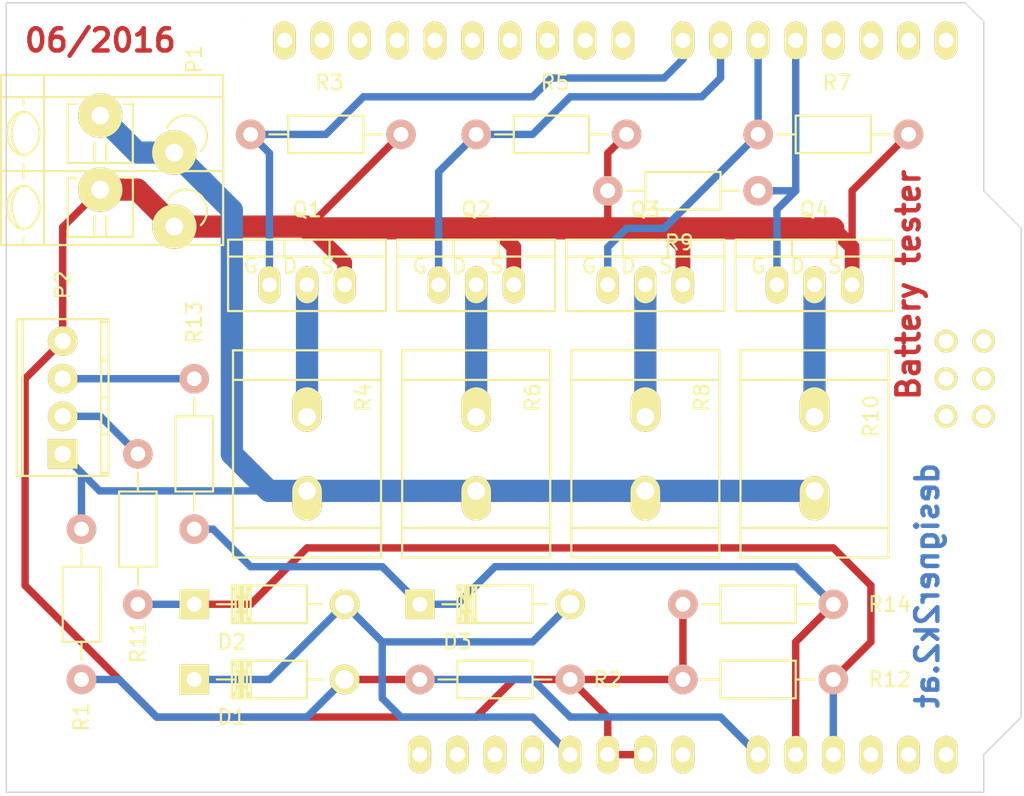
<source format=kicad_pcb>
(kicad_pcb (version 4) (host pcbnew 4.0.2-stable)

  (general
    (links 48)
    (no_connects 0)
    (area 145.761 45.212 217.614501 104.644)
    (thickness 1.6)
    (drawings 12)
    (tracks 125)
    (zones 0)
    (modules 24)
    (nets 45)
  )

  (page A4)
  (title_block
    (title "Battery tester")
    (date 2016-05-25)
    (company http://www.designer2k2.at)
  )

  (layers
    (0 F.Cu signal)
    (31 B.Cu signal)
    (32 B.Adhes user)
    (33 F.Adhes user)
    (34 B.Paste user)
    (35 F.Paste user)
    (36 B.SilkS user)
    (37 F.SilkS user)
    (38 B.Mask user)
    (39 F.Mask user)
    (40 Dwgs.User user)
    (41 Cmts.User user)
    (42 Eco1.User user)
    (43 Eco2.User user)
    (44 Edge.Cuts user)
    (45 Margin user)
    (46 B.CrtYd user)
    (47 F.CrtYd user)
    (48 B.Fab user)
    (49 F.Fab user)
  )

  (setup
    (last_trace_width 0.254)
    (user_trace_width 0.5)
    (user_trace_width 1)
    (user_trace_width 1.5)
    (trace_clearance 0.254)
    (zone_clearance 0.508)
    (zone_45_only no)
    (trace_min 0.254)
    (segment_width 0.2)
    (edge_width 0.1)
    (via_size 0.889)
    (via_drill 0.635)
    (via_min_size 0.889)
    (via_min_drill 0.508)
    (uvia_size 0.508)
    (uvia_drill 0.127)
    (uvias_allowed no)
    (uvia_min_size 0.508)
    (uvia_min_drill 0.127)
    (pcb_text_width 0.3)
    (pcb_text_size 1.5 1.5)
    (mod_edge_width 0.15)
    (mod_text_size 1 1)
    (mod_text_width 0.15)
    (pad_size 1.5 1.5)
    (pad_drill 0.6)
    (pad_to_mask_clearance 0)
    (aux_axis_origin 0 0)
    (visible_elements 7FFEFFFF)
    (pcbplotparams
      (layerselection 0x010f0_80000001)
      (usegerberextensions true)
      (excludeedgelayer true)
      (linewidth 0.100000)
      (plotframeref false)
      (viasonmask false)
      (mode 1)
      (useauxorigin false)
      (hpglpennumber 1)
      (hpglpenspeed 20)
      (hpglpendiameter 15)
      (hpglpenoverlay 2)
      (psnegative false)
      (psa4output false)
      (plotreference true)
      (plotvalue true)
      (plotinvisibletext false)
      (padsonsilk false)
      (subtractmaskfromsilk false)
      (outputformat 1)
      (mirror false)
      (drillshape 0)
      (scaleselection 1)
      (outputdirectory ""))
  )

  (net 0 "")
  (net 1 +5V)
  (net 2 GND)
  (net 3 "Net-(P1-Pad1)")
  (net 4 "Net-(Q1-PadG)")
  (net 5 "Net-(Q1-PadD)")
  (net 6 "Net-(Q2-PadG)")
  (net 7 "Net-(Q2-PadD)")
  (net 8 "Net-(Q3-PadG)")
  (net 9 "Net-(Q3-PadD)")
  (net 10 "Net-(Q4-PadG)")
  (net 11 "Net-(Q4-PadD)")
  (net 12 "Net-(SHIELD1-PadAD5)")
  (net 13 "Net-(SHIELD1-PadAD4)")
  (net 14 "Net-(SHIELD1-PadAD3)")
  (net 15 "Net-(SHIELD1-PadV_IN)")
  (net 16 "Net-(SHIELD1-Pad3V3)")
  (net 17 "Net-(SHIELD1-PadRST)")
  (net 18 "Net-(SHIELD1-Pad0)")
  (net 19 "Net-(SHIELD1-Pad1)")
  (net 20 "Net-(SHIELD1-Pad2)")
  (net 21 "Net-(SHIELD1-Pad3)")
  (net 22 "Net-(SHIELD1-Pad8)")
  (net 23 "Net-(SHIELD1-Pad9)")
  (net 24 "Net-(SHIELD1-Pad10)")
  (net 25 "Net-(SHIELD1-Pad11)")
  (net 26 "Net-(SHIELD1-Pad12)")
  (net 27 "Net-(SHIELD1-Pad13)")
  (net 28 "Net-(SHIELD1-PadGND3)")
  (net 29 "Net-(SHIELD1-PadAREF)")
  (net 30 "Net-(SHIELD1-PadSDA)")
  (net 31 "Net-(SHIELD1-PadSCL)")
  (net 32 "Net-(SHIELD1-PadIO_R)")
  (net 33 "Net-(SHIELD1-PadNC)")
  (net 34 "Net-(SHIELD1-PadSP1)")
  (net 35 "Net-(SHIELD1-PadSP2)")
  (net 36 "Net-(SHIELD1-PadSP3)")
  (net 37 "Net-(SHIELD1-PadSP4)")
  (net 38 "Net-(SHIELD1-PadSP5)")
  (net 39 "Net-(SHIELD1-PadSP6)")
  (net 40 "Net-(D1-Pad1)")
  (net 41 "Net-(D3-Pad1)")
  (net 42 "Net-(D2-Pad1)")
  (net 43 "Net-(P2-Pad2)")
  (net 44 "Net-(P2-Pad3)")

  (net_class Default "Dies ist die voreingestellte Netzklasse."
    (clearance 0.254)
    (trace_width 0.254)
    (via_dia 0.889)
    (via_drill 0.635)
    (uvia_dia 0.508)
    (uvia_drill 0.127)
    (add_net +5V)
    (add_net GND)
    (add_net "Net-(D1-Pad1)")
    (add_net "Net-(D2-Pad1)")
    (add_net "Net-(D3-Pad1)")
    (add_net "Net-(P1-Pad1)")
    (add_net "Net-(P2-Pad2)")
    (add_net "Net-(P2-Pad3)")
    (add_net "Net-(Q1-PadD)")
    (add_net "Net-(Q1-PadG)")
    (add_net "Net-(Q2-PadD)")
    (add_net "Net-(Q2-PadG)")
    (add_net "Net-(Q3-PadD)")
    (add_net "Net-(Q3-PadG)")
    (add_net "Net-(Q4-PadD)")
    (add_net "Net-(Q4-PadG)")
    (add_net "Net-(SHIELD1-Pad0)")
    (add_net "Net-(SHIELD1-Pad1)")
    (add_net "Net-(SHIELD1-Pad10)")
    (add_net "Net-(SHIELD1-Pad11)")
    (add_net "Net-(SHIELD1-Pad12)")
    (add_net "Net-(SHIELD1-Pad13)")
    (add_net "Net-(SHIELD1-Pad2)")
    (add_net "Net-(SHIELD1-Pad3)")
    (add_net "Net-(SHIELD1-Pad3V3)")
    (add_net "Net-(SHIELD1-Pad8)")
    (add_net "Net-(SHIELD1-Pad9)")
    (add_net "Net-(SHIELD1-PadAD3)")
    (add_net "Net-(SHIELD1-PadAD4)")
    (add_net "Net-(SHIELD1-PadAD5)")
    (add_net "Net-(SHIELD1-PadAREF)")
    (add_net "Net-(SHIELD1-PadGND3)")
    (add_net "Net-(SHIELD1-PadIO_R)")
    (add_net "Net-(SHIELD1-PadNC)")
    (add_net "Net-(SHIELD1-PadRST)")
    (add_net "Net-(SHIELD1-PadSCL)")
    (add_net "Net-(SHIELD1-PadSDA)")
    (add_net "Net-(SHIELD1-PadSP1)")
    (add_net "Net-(SHIELD1-PadSP2)")
    (add_net "Net-(SHIELD1-PadSP3)")
    (add_net "Net-(SHIELD1-PadSP4)")
    (add_net "Net-(SHIELD1-PadSP5)")
    (add_net "Net-(SHIELD1-PadSP6)")
    (add_net "Net-(SHIELD1-PadV_IN)")
  )

  (net_class Power ""
    (clearance 0.254)
    (trace_width 1)
    (via_dia 0.889)
    (via_drill 0.635)
    (uvia_dia 0.508)
    (uvia_drill 0.127)
  )

  (module Diodes_ThroughHole:Diode_DO-41_SOD81_Horizontal_RM10 (layer F.Cu) (tedit 574F0F12) (tstamp 5745634F)
    (at 176.53 91.44)
    (descr "Diode, DO-41, SOD81, Horizontal, RM 10mm,")
    (tags "Diode, DO-41, SOD81, Horizontal, RM 10mm, 1N4007, SB140,")
    (path /54D56CF2)
    (fp_text reference D3 (at 2.54 2.54) (layer F.SilkS)
      (effects (font (size 1 1) (thickness 0.15)))
    )
    (fp_text value DIODE (at 4.37134 -3.55854) (layer F.Fab) hide
      (effects (font (size 1 1) (thickness 0.15)))
    )
    (fp_line (start 7.62 -0.00254) (end 8.636 -0.00254) (layer F.SilkS) (width 0.15))
    (fp_line (start 2.794 -0.00254) (end 1.524 -0.00254) (layer F.SilkS) (width 0.15))
    (fp_line (start 3.048 -1.27254) (end 3.048 1.26746) (layer F.SilkS) (width 0.15))
    (fp_line (start 3.302 -1.27254) (end 3.302 1.26746) (layer F.SilkS) (width 0.15))
    (fp_line (start 3.556 -1.27254) (end 3.556 1.26746) (layer F.SilkS) (width 0.15))
    (fp_line (start 2.794 -1.27254) (end 2.794 1.26746) (layer F.SilkS) (width 0.15))
    (fp_line (start 3.81 -1.27254) (end 2.54 1.26746) (layer F.SilkS) (width 0.15))
    (fp_line (start 2.54 -1.27254) (end 3.81 1.26746) (layer F.SilkS) (width 0.15))
    (fp_line (start 3.81 -1.27254) (end 3.81 1.26746) (layer F.SilkS) (width 0.15))
    (fp_line (start 3.175 -1.27254) (end 3.175 1.26746) (layer F.SilkS) (width 0.15))
    (fp_line (start 2.54 1.26746) (end 2.54 -1.27254) (layer F.SilkS) (width 0.15))
    (fp_line (start 2.54 -1.27254) (end 7.62 -1.27254) (layer F.SilkS) (width 0.15))
    (fp_line (start 7.62 -1.27254) (end 7.62 1.26746) (layer F.SilkS) (width 0.15))
    (fp_line (start 7.62 1.26746) (end 2.54 1.26746) (layer F.SilkS) (width 0.15))
    (pad 2 thru_hole circle (at 10.16 -0.00254 180) (size 1.99898 1.99898) (drill 1.27) (layers *.Cu *.Mask F.SilkS)
      (net 1 +5V))
    (pad 1 thru_hole rect (at 0 -0.00254 180) (size 1.99898 1.99898) (drill 1.00076) (layers *.Cu *.Mask F.SilkS)
      (net 41 "Net-(D3-Pad1)"))
  )

  (module FT:ARDUINO_SHIELD (layer F.Cu) (tedit 574F0D23) (tstamp 54D526C9)
    (at 148.59 104.14)
    (descr http://www.thingiverse.com/thing:9630)
    (path /54CBA4BC)
    (fp_text reference SHIELD1 (at 5.715 -57.15) (layer F.SilkS) hide
      (effects (font (thickness 0.3048)))
    )
    (fp_text value ARDUINO_SHIELD (at 10.16 -54.61) (layer F.SilkS) hide
      (effects (font (thickness 0.3048)))
    )
    (fp_line (start 66.04 -40.64) (end 66.04 -52.07) (layer Cmts.User) (width 0.381))
    (fp_line (start 66.04 -52.07) (end 64.77 -53.34) (layer Cmts.User) (width 0.381))
    (fp_line (start 64.77 -53.34) (end 0 -53.34) (layer Cmts.User) (width 0.381))
    (fp_line (start 66.04 0) (end 0 0) (layer Cmts.User) (width 0.381))
    (fp_line (start 0 0) (end 0 -53.34) (layer Cmts.User) (width 0.381))
    (fp_line (start 66.04 -40.64) (end 68.58 -38.1) (layer Cmts.User) (width 0.381))
    (fp_line (start 68.58 -38.1) (end 68.58 -5.08) (layer Cmts.User) (width 0.381))
    (fp_line (start 68.58 -5.08) (end 66.04 -2.54) (layer Cmts.User) (width 0.381))
    (fp_line (start 66.04 -2.54) (end 66.04 0) (layer Cmts.User) (width 0.381))
    (pad AD5 thru_hole oval (at 63.5 -2.54 90) (size 2.54 1.524) (drill 1.016) (layers *.Cu *.Mask F.SilkS)
      (net 12 "Net-(SHIELD1-PadAD5)"))
    (pad AD4 thru_hole oval (at 60.96 -2.54 90) (size 2.54 1.524) (drill 1.016) (layers *.Cu *.Mask F.SilkS)
      (net 13 "Net-(SHIELD1-PadAD4)"))
    (pad AD3 thru_hole oval (at 58.42 -2.54 90) (size 2.54 1.524) (drill 1.016) (layers *.Cu *.Mask F.SilkS)
      (net 14 "Net-(SHIELD1-PadAD3)"))
    (pad AD0 thru_hole oval (at 50.8 -2.54 90) (size 2.54 1.524) (drill 1.016) (layers *.Cu *.Mask F.SilkS)
      (net 40 "Net-(D1-Pad1)"))
    (pad AD1 thru_hole oval (at 53.34 -2.54 90) (size 2.54 1.524) (drill 1.016) (layers *.Cu *.Mask F.SilkS)
      (net 41 "Net-(D3-Pad1)"))
    (pad AD2 thru_hole oval (at 55.88 -2.54 90) (size 2.54 1.524) (drill 1.016) (layers *.Cu *.Mask F.SilkS)
      (net 42 "Net-(D2-Pad1)"))
    (pad V_IN thru_hole oval (at 45.72 -2.54 90) (size 2.54 1.524) (drill 1.016) (layers *.Cu *.Mask F.SilkS)
      (net 15 "Net-(SHIELD1-PadV_IN)"))
    (pad GND2 thru_hole oval (at 43.18 -2.54 90) (size 2.54 1.524) (drill 1.016) (layers *.Cu *.Mask F.SilkS)
      (net 2 GND))
    (pad GND1 thru_hole oval (at 40.64 -2.54 90) (size 2.54 1.524) (drill 1.016) (layers *.Cu *.Mask F.SilkS)
      (net 2 GND))
    (pad 3V3 thru_hole oval (at 35.56 -2.54 90) (size 2.54 1.524) (drill 1.016) (layers *.Cu *.Mask F.SilkS)
      (net 16 "Net-(SHIELD1-Pad3V3)"))
    (pad RST thru_hole oval (at 33.02 -2.54 90) (size 2.54 1.524) (drill 1.016) (layers *.Cu *.Mask F.SilkS)
      (net 17 "Net-(SHIELD1-PadRST)"))
    (pad 0 thru_hole oval (at 63.5 -50.8 90) (size 2.54 1.524) (drill 1.016) (layers *.Cu *.Mask F.SilkS)
      (net 18 "Net-(SHIELD1-Pad0)"))
    (pad 1 thru_hole oval (at 60.96 -50.8 90) (size 2.54 1.524) (drill 1.016) (layers *.Cu *.Mask F.SilkS)
      (net 19 "Net-(SHIELD1-Pad1)"))
    (pad 2 thru_hole oval (at 58.42 -50.8 90) (size 2.54 1.524) (drill 1.016) (layers *.Cu *.Mask F.SilkS)
      (net 20 "Net-(SHIELD1-Pad2)"))
    (pad 3 thru_hole oval (at 55.88 -50.8 90) (size 2.54 1.524) (drill 1.016) (layers *.Cu *.Mask F.SilkS)
      (net 21 "Net-(SHIELD1-Pad3)"))
    (pad 4 thru_hole oval (at 53.34 -50.8 90) (size 2.54 1.524) (drill 1.016) (layers *.Cu *.Mask F.SilkS)
      (net 10 "Net-(Q4-PadG)"))
    (pad 5 thru_hole oval (at 50.8 -50.8 90) (size 2.54 1.524) (drill 1.016) (layers *.Cu *.Mask F.SilkS)
      (net 8 "Net-(Q3-PadG)"))
    (pad 6 thru_hole oval (at 48.26 -50.8 90) (size 2.54 1.524) (drill 1.016) (layers *.Cu *.Mask F.SilkS)
      (net 6 "Net-(Q2-PadG)"))
    (pad 7 thru_hole oval (at 45.72 -50.8 90) (size 2.54 1.524) (drill 1.016) (layers *.Cu *.Mask F.SilkS)
      (net 4 "Net-(Q1-PadG)"))
    (pad 8 thru_hole oval (at 41.656 -50.8 90) (size 2.54 1.524) (drill 1.016) (layers *.Cu *.Mask F.SilkS)
      (net 22 "Net-(SHIELD1-Pad8)"))
    (pad 9 thru_hole oval (at 39.116 -50.8 90) (size 2.54 1.524) (drill 1.016) (layers *.Cu *.Mask F.SilkS)
      (net 23 "Net-(SHIELD1-Pad9)"))
    (pad 10 thru_hole oval (at 36.576 -50.8 90) (size 2.54 1.524) (drill 1.016) (layers *.Cu *.Mask F.SilkS)
      (net 24 "Net-(SHIELD1-Pad10)"))
    (pad 11 thru_hole oval (at 34.036 -50.8 90) (size 2.54 1.524) (drill 1.016) (layers *.Cu *.Mask F.SilkS)
      (net 25 "Net-(SHIELD1-Pad11)"))
    (pad 12 thru_hole oval (at 31.496 -50.8 90) (size 2.54 1.524) (drill 1.016) (layers *.Cu *.Mask F.SilkS)
      (net 26 "Net-(SHIELD1-Pad12)"))
    (pad 13 thru_hole oval (at 28.956 -50.8 90) (size 2.54 1.524) (drill 1.016) (layers *.Cu *.Mask F.SilkS)
      (net 27 "Net-(SHIELD1-Pad13)"))
    (pad GND3 thru_hole oval (at 26.416 -50.8 90) (size 2.54 1.524) (drill 1.016) (layers *.Cu *.Mask F.SilkS)
      (net 28 "Net-(SHIELD1-PadGND3)"))
    (pad AREF thru_hole oval (at 23.876 -50.8 90) (size 2.54 1.524) (drill 1.016) (layers *.Cu *.Mask F.SilkS)
      (net 29 "Net-(SHIELD1-PadAREF)"))
    (pad 5V thru_hole oval (at 38.1 -2.54 90) (size 2.54 1.524) (drill 1.016) (layers *.Cu *.Mask F.SilkS)
      (net 1 +5V))
    (pad "" np_thru_hole circle (at 66.04 -7.62 90) (size 3.175 3.175) (drill 3.175) (layers *.Cu *.Mask F.SilkS))
    (pad "" np_thru_hole circle (at 66.04 -35.56 90) (size 3.175 3.175) (drill 3.175) (layers *.Cu *.Mask F.SilkS))
    (pad "" np_thru_hole circle (at 15.24 -50.8 90) (size 3.175 3.175) (drill 3.175) (layers *.Cu *.Mask F.SilkS))
    (pad "" np_thru_hole circle (at 13.97 -2.54 90) (size 3.175 3.175) (drill 3.175) (layers *.Cu *.Mask F.SilkS))
    (pad SDA thru_hole oval (at 21.336 -50.8 90) (size 2.54 1.524) (drill 1.016) (layers *.Cu *.Mask F.SilkS)
      (net 30 "Net-(SHIELD1-PadSDA)"))
    (pad SCL thru_hole oval (at 18.796 -50.8 90) (size 2.54 1.524) (drill 1.016) (layers *.Cu *.Mask F.SilkS)
      (net 31 "Net-(SHIELD1-PadSCL)"))
    (pad IO_R thru_hole oval (at 30.48 -2.54 90) (size 2.54 1.524) (drill 1.016) (layers *.Cu *.Mask F.SilkS)
      (net 32 "Net-(SHIELD1-PadIO_R)"))
    (pad NC thru_hole oval (at 27.94 -2.54 90) (size 2.54 1.524) (drill 1.016) (layers *.Cu *.Mask F.SilkS)
      (net 33 "Net-(SHIELD1-PadNC)"))
    (pad SP1 thru_hole circle (at 63.5 -30.48 90) (size 1.524 1.524) (drill 1.016) (layers *.Cu *.Mask F.SilkS)
      (net 34 "Net-(SHIELD1-PadSP1)"))
    (pad SP2 thru_hole circle (at 66.04 -30.48 90) (size 1.524 1.524) (drill 1.016) (layers *.Cu *.Mask F.SilkS)
      (net 35 "Net-(SHIELD1-PadSP2)"))
    (pad SP3 thru_hole circle (at 63.5 -27.94 90) (size 1.524 1.524) (drill 1.016) (layers *.Cu *.Mask F.SilkS)
      (net 36 "Net-(SHIELD1-PadSP3)"))
    (pad SP4 thru_hole circle (at 66.04 -27.94 90) (size 1.524 1.524) (drill 1.016) (layers *.Cu *.Mask F.SilkS)
      (net 37 "Net-(SHIELD1-PadSP4)"))
    (pad SP5 thru_hole circle (at 63.5 -25.4 90) (size 1.524 1.524) (drill 1.016) (layers *.Cu *.Mask F.SilkS)
      (net 38 "Net-(SHIELD1-PadSP5)"))
    (pad SP6 thru_hole circle (at 66.04 -25.4 90) (size 1.524 1.524) (drill 1.016) (layers *.Cu *.Mask F.SilkS)
      (net 39 "Net-(SHIELD1-PadSP6)"))
  )

  (module Diodes_ThroughHole:Diode_DO-41_SOD81_Horizontal_RM10 (layer F.Cu) (tedit 574F0F03) (tstamp 54D52003)
    (at 166.37 96.52 180)
    (descr "Diode, DO-41, SOD81, Horizontal, RM 10mm,")
    (tags "Diode, DO-41, SOD81, Horizontal, RM 10mm, 1N4007, SB140,")
    (path /54D14562)
    (fp_text reference D1 (at 2.54 -2.54 180) (layer F.SilkS)
      (effects (font (size 1 1) (thickness 0.15)))
    )
    (fp_text value DIODE (at -1.016 -3.556 180) (layer F.SilkS) hide
      (effects (font (size 1 1) (thickness 0.15)))
    )
    (fp_line (start -2.54 0) (end -3.556 0) (layer F.SilkS) (width 0.15))
    (fp_line (start 2.286 0) (end 3.556 0) (layer F.SilkS) (width 0.15))
    (fp_line (start 2.032 -1.27) (end 2.032 1.27) (layer F.SilkS) (width 0.15))
    (fp_line (start 1.778 -1.27) (end 1.778 1.27) (layer F.SilkS) (width 0.15))
    (fp_line (start 1.524 -1.27) (end 1.524 1.27) (layer F.SilkS) (width 0.15))
    (fp_line (start 2.286 -1.27) (end 2.286 1.27) (layer F.SilkS) (width 0.15))
    (fp_line (start 1.27 -1.27) (end 2.54 1.27) (layer F.SilkS) (width 0.15))
    (fp_line (start 2.54 -1.27) (end 1.27 1.27) (layer F.SilkS) (width 0.15))
    (fp_line (start 1.27 -1.27) (end 1.27 1.27) (layer F.SilkS) (width 0.15))
    (fp_line (start 1.905 -1.27) (end 1.905 1.27) (layer F.SilkS) (width 0.15))
    (fp_line (start 2.54 1.27) (end 2.54 -1.27) (layer F.SilkS) (width 0.15))
    (fp_line (start 2.54 -1.27) (end -2.54 -1.27) (layer F.SilkS) (width 0.15))
    (fp_line (start -2.54 -1.27) (end -2.54 1.27) (layer F.SilkS) (width 0.15))
    (fp_line (start -2.54 1.27) (end 2.54 1.27) (layer F.SilkS) (width 0.15))
    (pad 1 thru_hole circle (at -5.08 0 180) (size 1.99898 1.99898) (drill 1.27) (layers *.Cu *.Mask F.SilkS)
      (net 40 "Net-(D1-Pad1)"))
    (pad 2 thru_hole rect (at 5.08 0 180) (size 1.99898 1.99898) (drill 1.00076) (layers *.Cu *.Mask F.SilkS)
      (net 1 +5V))
  )

  (module Terminal_Blocks:TerminalBlock_WAGO-804_RM5mm_2pol (layer F.Cu) (tedit 574F1D10) (tstamp 54D5200B)
    (at 154.94 58.42 270)
    (path /54D12A9B)
    (fp_text reference P1 (at -3.81 -6.35 270) (layer F.SilkS)
      (effects (font (size 1 1) (thickness 0.15)))
    )
    (fp_text value CONN_01X02 (at 0 8 270) (layer F.SilkS) hide
      (effects (font (size 1 1) (thickness 0.15)))
    )
    (fp_line (start 3.75 3.8) (end 8.75 3.8) (layer F.SilkS) (width 0.15))
    (fp_line (start 8.74904 -8.30072) (end 3.75032 -8.30072) (layer F.SilkS) (width 0.15))
    (fp_line (start 8.74904 6.70052) (end 3.75032 6.70052) (layer F.SilkS) (width 0.15))
    (fp_line (start 8.74904 -8.30072) (end 8.74904 6.70052) (layer F.SilkS) (width 0.15))
    (fp_line (start 3.75032 5.19938) (end 4.2507 5.19938) (layer F.SilkS) (width 0.15))
    (fp_line (start 8.74904 5.19938) (end 8.2512 5.19938) (layer F.SilkS) (width 0.15))
    (fp_line (start 4.1999 2.19964) (end 4.1999 1.6002) (layer F.SilkS) (width 0.15))
    (fp_line (start 8.2004 2.19964) (end 4.1999 2.19964) (layer F.SilkS) (width 0.15))
    (fp_line (start 8.2004 -2.19964) (end 8.2004 2.19964) (layer F.SilkS) (width 0.15))
    (fp_line (start 4.1999 -2.19964) (end 8.2004 -2.19964) (layer F.SilkS) (width 0.15))
    (fp_line (start 4.1999 -2.19964) (end 4.1999 -1.6002) (layer F.SilkS) (width 0.15))
    (fp_line (start 8.2004 -0.39878) (end 6.80086 -0.39878) (layer F.SilkS) (width 0.15))
    (fp_line (start 8.2004 0.39878) (end 6.80086 0.39878) (layer F.SilkS) (width 0.15))
    (fp_arc (start 6.39954 -5.79882) (end 5.39878 -6.79958) (angle 90) (layer F.SilkS) (width 0.15))
    (fp_arc (start 6.39954 -5.79882) (end 5.39878 -4.8006) (angle 90) (layer F.SilkS) (width 0.15))
    (fp_arc (start 6.19888 5.80136) (end 5 4.60248) (angle 90) (layer F.SilkS) (width 0.15))
    (fp_arc (start 6.19888 4.59994) (end 7.4003 5.79882) (angle 90) (layer F.SilkS) (width 0.15))
    (fp_arc (start 5.59944 5.19938) (end 5 5.79882) (angle 90) (layer F.SilkS) (width 0.15))
    (fp_arc (start 6.80086 5.19938) (end 7.40284 4.59994) (angle 90) (layer F.SilkS) (width 0.15))
    (fp_arc (start 6.19888 4.0005) (end 7.60096 5.40004) (angle 90) (layer F.SilkS) (width 0.15))
    (fp_arc (start 6.39954 -5.79882) (end 5.8509 -4.50088) (angle 90) (layer F.SilkS) (width 0.15))
    (fp_line (start 3.75 3.8) (end -2.75 3.8) (layer F.SilkS) (width 0.15))
    (fp_line (start -1.25 6.7) (end -2.75 6.7) (layer F.SilkS) (width 0.15))
    (fp_line (start -2.75 6.7) (end -2.75 -8.3) (layer F.SilkS) (width 0.15))
    (fp_line (start -2.75 -8.3) (end -1.25 -8.3) (layer F.SilkS) (width 0.15))
    (fp_arc (start 1.39954 -5.79882) (end 0.8509 -4.50088) (angle 90) (layer F.SilkS) (width 0.15))
    (fp_arc (start 1.19888 4.0005) (end 2.60096 5.40004) (angle 90) (layer F.SilkS) (width 0.15))
    (fp_arc (start 1.80086 5.19938) (end 2.40284 4.59994) (angle 90) (layer F.SilkS) (width 0.15))
    (fp_arc (start 0.59944 5.19938) (end 0 5.79882) (angle 90) (layer F.SilkS) (width 0.15))
    (fp_arc (start 1.19888 4.59994) (end 2.4003 5.79882) (angle 90) (layer F.SilkS) (width 0.15))
    (fp_arc (start 1.19888 5.80136) (end 0 4.60248) (angle 90) (layer F.SilkS) (width 0.15))
    (fp_arc (start 1.39954 -5.79882) (end 0.39878 -4.8006) (angle 90) (layer F.SilkS) (width 0.15))
    (fp_arc (start 1.39954 -5.79882) (end 0.39878 -6.79958) (angle 90) (layer F.SilkS) (width 0.15))
    (fp_line (start 3.2004 0.39878) (end 1.80086 0.39878) (layer F.SilkS) (width 0.15))
    (fp_line (start 3.2004 -0.39878) (end 1.80086 -0.39878) (layer F.SilkS) (width 0.15))
    (fp_line (start -0.8001 -2.19964) (end -0.8001 -1.6002) (layer F.SilkS) (width 0.15))
    (fp_line (start -0.8001 -2.19964) (end 3.2004 -2.19964) (layer F.SilkS) (width 0.15))
    (fp_line (start 3.2004 -2.19964) (end 3.2004 2.19964) (layer F.SilkS) (width 0.15))
    (fp_line (start 3.2004 2.19964) (end -0.8001 2.19964) (layer F.SilkS) (width 0.15))
    (fp_line (start -0.8001 2.19964) (end -0.8001 1.6002) (layer F.SilkS) (width 0.15))
    (fp_line (start 3.74904 5.19938) (end 3.2512 5.19938) (layer F.SilkS) (width 0.15))
    (fp_line (start -1.24968 5.19938) (end -0.7493 5.19938) (layer F.SilkS) (width 0.15))
    (fp_line (start 3.74904 -8.30072) (end 3.74904 6.70052) (layer F.SilkS) (width 0.15))
    (fp_line (start 3.74904 6.70052) (end -1.24968 6.70052) (layer F.SilkS) (width 0.15))
    (fp_line (start -1.24968 6.70052) (end -1.24968 -8.30072) (layer F.SilkS) (width 0.15))
    (fp_line (start 3.74904 -8.30072) (end -1.24968 -8.30072) (layer F.SilkS) (width 0.15))
    (pad 2 thru_hole circle (at 7.49936 -5.00126 270) (size 3 3) (drill 1.2) (layers *.Cu *.Mask F.SilkS)
      (net 2 GND))
    (pad 2 thru_hole circle (at 5 0 270) (size 3 3) (drill 1.2) (layers *.Cu *.Mask F.SilkS)
      (net 2 GND))
    (pad 1 thru_hole circle (at 0 0 270) (size 3 3) (drill 1.2) (layers *.Cu *.Mask F.SilkS)
      (net 3 "Net-(P1-Pad1)"))
    (pad 1 thru_hole circle (at 2.49936 -5.00126 270) (size 3 3) (drill 1.2) (layers *.Cu *.Mask F.SilkS)
      (net 3 "Net-(P1-Pad1)"))
  )

  (module Transistors_TO-220:TO-220_FET-GDS_Vertical (layer F.Cu) (tedit 574F0EE4) (tstamp 54D52012)
    (at 168.91 69.85)
    (descr "TO-220, FET-GDS, Vertical,")
    (tags "TO-220, FET-GDS, Vertical,")
    (path /54D12510)
    (fp_text reference Q1 (at 0 -5.08) (layer F.SilkS)
      (effects (font (size 1 1) (thickness 0.15)))
    )
    (fp_text value MOSFET_N (at 0 3.81) (layer F.SilkS) hide
      (effects (font (size 1 1) (thickness 0.15)))
    )
    (fp_text user S (at 1.397 -1.27) (layer F.SilkS)
      (effects (font (size 1 1) (thickness 0.15)))
    )
    (fp_text user D (at -1.143 -1.27) (layer F.SilkS)
      (effects (font (size 1 1) (thickness 0.15)))
    )
    (fp_text user G (at -3.81 -1.27) (layer F.SilkS)
      (effects (font (size 1 1) (thickness 0.15)))
    )
    (fp_line (start -1.524 -3.048) (end -1.524 -1.905) (layer F.SilkS) (width 0.15))
    (fp_line (start 1.524 -3.048) (end 1.524 -1.905) (layer F.SilkS) (width 0.15))
    (fp_line (start 5.334 -1.905) (end 5.334 1.778) (layer F.SilkS) (width 0.15))
    (fp_line (start 5.334 1.778) (end -5.334 1.778) (layer F.SilkS) (width 0.15))
    (fp_line (start -5.334 1.778) (end -5.334 -1.905) (layer F.SilkS) (width 0.15))
    (fp_line (start 5.334 -3.048) (end 5.334 -1.905) (layer F.SilkS) (width 0.15))
    (fp_line (start 5.334 -1.905) (end -5.334 -1.905) (layer F.SilkS) (width 0.15))
    (fp_line (start -5.334 -1.905) (end -5.334 -3.048) (layer F.SilkS) (width 0.15))
    (fp_line (start 0 -3.048) (end -5.334 -3.048) (layer F.SilkS) (width 0.15))
    (fp_line (start 0 -3.048) (end 5.334 -3.048) (layer F.SilkS) (width 0.15))
    (pad D thru_hole oval (at 0 0 90) (size 2.49936 1.50114) (drill 1.00076) (layers *.Cu *.Mask F.SilkS)
      (net 5 "Net-(Q1-PadD)"))
    (pad G thru_hole oval (at -2.54 0 90) (size 2.49936 1.50114) (drill 1.00076) (layers *.Cu *.Mask F.SilkS)
      (net 4 "Net-(Q1-PadG)"))
    (pad S thru_hole oval (at 2.54 0 90) (size 2.49936 1.50114) (drill 1.00076) (layers *.Cu *.Mask F.SilkS)
      (net 2 GND))
    (model Transistors_TO-220/TO-220_FET-GDS_Vertical.wrl
      (at (xyz 0 0 0))
      (scale (xyz 0.3937 0.3937 0.3937))
      (rotate (xyz 0 0 0))
    )
  )

  (module Transistors_TO-220:TO-220_FET-GDS_Vertical (layer F.Cu) (tedit 574F0D81) (tstamp 54D52019)
    (at 180.34 69.85)
    (descr "TO-220, FET-GDS, Vertical,")
    (tags "TO-220, FET-GDS, Vertical,")
    (path /54D1253F)
    (fp_text reference Q2 (at 0 -5.08) (layer F.SilkS)
      (effects (font (size 1 1) (thickness 0.15)))
    )
    (fp_text value MOSFET_N (at 0 3.81) (layer F.SilkS) hide
      (effects (font (size 1 1) (thickness 0.15)))
    )
    (fp_text user S (at 1.397 -1.27) (layer F.SilkS)
      (effects (font (size 1 1) (thickness 0.15)))
    )
    (fp_text user D (at -1.143 -1.27) (layer F.SilkS)
      (effects (font (size 1 1) (thickness 0.15)))
    )
    (fp_text user G (at -3.81 -1.27) (layer F.SilkS)
      (effects (font (size 1 1) (thickness 0.15)))
    )
    (fp_line (start -1.524 -3.048) (end -1.524 -1.905) (layer F.SilkS) (width 0.15))
    (fp_line (start 1.524 -3.048) (end 1.524 -1.905) (layer F.SilkS) (width 0.15))
    (fp_line (start 5.334 -1.905) (end 5.334 1.778) (layer F.SilkS) (width 0.15))
    (fp_line (start 5.334 1.778) (end -5.334 1.778) (layer F.SilkS) (width 0.15))
    (fp_line (start -5.334 1.778) (end -5.334 -1.905) (layer F.SilkS) (width 0.15))
    (fp_line (start 5.334 -3.048) (end 5.334 -1.905) (layer F.SilkS) (width 0.15))
    (fp_line (start 5.334 -1.905) (end -5.334 -1.905) (layer F.SilkS) (width 0.15))
    (fp_line (start -5.334 -1.905) (end -5.334 -3.048) (layer F.SilkS) (width 0.15))
    (fp_line (start 0 -3.048) (end -5.334 -3.048) (layer F.SilkS) (width 0.15))
    (fp_line (start 0 -3.048) (end 5.334 -3.048) (layer F.SilkS) (width 0.15))
    (pad D thru_hole oval (at 0 0 90) (size 2.49936 1.50114) (drill 1.00076) (layers *.Cu *.Mask F.SilkS)
      (net 7 "Net-(Q2-PadD)"))
    (pad G thru_hole oval (at -2.54 0 90) (size 2.49936 1.50114) (drill 1.00076) (layers *.Cu *.Mask F.SilkS)
      (net 6 "Net-(Q2-PadG)"))
    (pad S thru_hole oval (at 2.54 0 90) (size 2.49936 1.50114) (drill 1.00076) (layers *.Cu *.Mask F.SilkS)
      (net 2 GND))
    (model Transistors_TO-220/TO-220_FET-GDS_Vertical.wrl
      (at (xyz 0 0 0))
      (scale (xyz 0.3937 0.3937 0.3937))
      (rotate (xyz 0 0 0))
    )
  )

  (module Transistors_TO-220:TO-220_FET-GDS_Vertical (layer F.Cu) (tedit 54D51FBF) (tstamp 54D52020)
    (at 191.77 69.85)
    (descr "TO-220, FET-GDS, Vertical,")
    (tags "TO-220, FET-GDS, Vertical,")
    (path /54D1258E)
    (fp_text reference Q3 (at 0 -5.08) (layer F.SilkS)
      (effects (font (size 1 1) (thickness 0.15)))
    )
    (fp_text value MOSFET_N (at 0 3.81) (layer F.SilkS) hide
      (effects (font (size 1 1) (thickness 0.15)))
    )
    (fp_text user S (at 1.397 -1.27) (layer F.SilkS)
      (effects (font (size 1 1) (thickness 0.15)))
    )
    (fp_text user D (at -1.143 -1.27) (layer F.SilkS)
      (effects (font (size 1 1) (thickness 0.15)))
    )
    (fp_text user G (at -3.81 -1.27) (layer F.SilkS)
      (effects (font (size 1 1) (thickness 0.15)))
    )
    (fp_line (start -1.524 -3.048) (end -1.524 -1.905) (layer F.SilkS) (width 0.15))
    (fp_line (start 1.524 -3.048) (end 1.524 -1.905) (layer F.SilkS) (width 0.15))
    (fp_line (start 5.334 -1.905) (end 5.334 1.778) (layer F.SilkS) (width 0.15))
    (fp_line (start 5.334 1.778) (end -5.334 1.778) (layer F.SilkS) (width 0.15))
    (fp_line (start -5.334 1.778) (end -5.334 -1.905) (layer F.SilkS) (width 0.15))
    (fp_line (start 5.334 -3.048) (end 5.334 -1.905) (layer F.SilkS) (width 0.15))
    (fp_line (start 5.334 -1.905) (end -5.334 -1.905) (layer F.SilkS) (width 0.15))
    (fp_line (start -5.334 -1.905) (end -5.334 -3.048) (layer F.SilkS) (width 0.15))
    (fp_line (start 0 -3.048) (end -5.334 -3.048) (layer F.SilkS) (width 0.15))
    (fp_line (start 0 -3.048) (end 5.334 -3.048) (layer F.SilkS) (width 0.15))
    (pad D thru_hole oval (at 0 0 90) (size 2.49936 1.50114) (drill 1.00076) (layers *.Cu *.Mask F.SilkS)
      (net 9 "Net-(Q3-PadD)"))
    (pad G thru_hole oval (at -2.54 0 90) (size 2.49936 1.50114) (drill 1.00076) (layers *.Cu *.Mask F.SilkS)
      (net 8 "Net-(Q3-PadG)"))
    (pad S thru_hole oval (at 2.54 0 90) (size 2.49936 1.50114) (drill 1.00076) (layers *.Cu *.Mask F.SilkS)
      (net 2 GND))
    (model Transistors_TO-220/TO-220_FET-GDS_Vertical.wrl
      (at (xyz 0 0 0))
      (scale (xyz 0.3937 0.3937 0.3937))
      (rotate (xyz 0 0 0))
    )
  )

  (module Transistors_TO-220:TO-220_FET-GDS_Vertical (layer F.Cu) (tedit 574F0F3C) (tstamp 54D52027)
    (at 203.2 69.85)
    (descr "TO-220, FET-GDS, Vertical,")
    (tags "TO-220, FET-GDS, Vertical,")
    (path /54D125ED)
    (fp_text reference Q4 (at 0 -5.08) (layer F.SilkS)
      (effects (font (size 1 1) (thickness 0.15)))
    )
    (fp_text value MOSFET_N (at 0 3.81) (layer F.SilkS) hide
      (effects (font (size 1 1) (thickness 0.15)))
    )
    (fp_text user S (at 1.397 -1.27) (layer F.SilkS)
      (effects (font (size 1 1) (thickness 0.15)))
    )
    (fp_text user D (at -1.143 -1.27) (layer F.SilkS)
      (effects (font (size 1 1) (thickness 0.15)))
    )
    (fp_text user G (at -3.81 -1.27) (layer F.SilkS)
      (effects (font (size 1 1) (thickness 0.15)))
    )
    (fp_line (start -1.524 -3.048) (end -1.524 -1.905) (layer F.SilkS) (width 0.15))
    (fp_line (start 1.524 -3.048) (end 1.524 -1.905) (layer F.SilkS) (width 0.15))
    (fp_line (start 5.334 -1.905) (end 5.334 1.778) (layer F.SilkS) (width 0.15))
    (fp_line (start 5.334 1.778) (end -5.334 1.778) (layer F.SilkS) (width 0.15))
    (fp_line (start -5.334 1.778) (end -5.334 -1.905) (layer F.SilkS) (width 0.15))
    (fp_line (start 5.334 -3.048) (end 5.334 -1.905) (layer F.SilkS) (width 0.15))
    (fp_line (start 5.334 -1.905) (end -5.334 -1.905) (layer F.SilkS) (width 0.15))
    (fp_line (start -5.334 -1.905) (end -5.334 -3.048) (layer F.SilkS) (width 0.15))
    (fp_line (start 0 -3.048) (end -5.334 -3.048) (layer F.SilkS) (width 0.15))
    (fp_line (start 0 -3.048) (end 5.334 -3.048) (layer F.SilkS) (width 0.15))
    (pad D thru_hole oval (at 0 0 90) (size 2.49936 1.50114) (drill 1.00076) (layers *.Cu *.Mask F.SilkS)
      (net 11 "Net-(Q4-PadD)"))
    (pad G thru_hole oval (at -2.54 0 90) (size 2.49936 1.50114) (drill 1.00076) (layers *.Cu *.Mask F.SilkS)
      (net 10 "Net-(Q4-PadG)"))
    (pad S thru_hole oval (at 2.54 0 90) (size 2.49936 1.50114) (drill 1.00076) (layers *.Cu *.Mask F.SilkS)
      (net 2 GND))
    (model Transistors_TO-220/TO-220_FET-GDS_Vertical.wrl
      (at (xyz 0 0 0))
      (scale (xyz 0.3937 0.3937 0.3937))
      (rotate (xyz 0 0 0))
    )
  )

  (module Resistors_ThroughHole:Resistor_Cement_Vertical_LargePads_KOA-BGR-5N-7N (layer F.Cu) (tedit 574F0ED9) (tstamp 54D522D6)
    (at 168.91 81.28 90)
    (descr "Resistor, Cement, Vertical, LargePads, 5W, 7W, Meggitt, KOA, BSR, BGR, BWR, 5N, 7N,")
    (tags "Resistor, Cement, Vertical, 5W, 7W, Meggitt, KOA, BSR, LargePads, BGR, BWR, 5N, 7N,")
    (path /54CBA8AA)
    (fp_text reference R4 (at 3.81 3.81 90) (layer F.SilkS)
      (effects (font (size 1 1) (thickness 0.15)))
    )
    (fp_text value 3.9 (at 0 2.54 90) (layer Cmts.User)
      (effects (font (size 1 1) (thickness 0.15)))
    )
    (fp_line (start -5.00126 -5.00126) (end -5.00126 5.00126) (layer F.SilkS) (width 0.15))
    (fp_line (start 5.00126 -5.00126) (end 5.00126 5.00126) (layer F.SilkS) (width 0.15))
    (fp_line (start 7.00024 -5.00126) (end -7.00024 -5.00126) (layer F.SilkS) (width 0.15))
    (fp_line (start -7.00024 -5.00126) (end -7.00024 5.00126) (layer F.SilkS) (width 0.15))
    (fp_line (start -7.00024 5.00126) (end 7.00024 5.00126) (layer F.SilkS) (width 0.15))
    (fp_line (start 7.00024 5.00126) (end 7.00024 -5.00126) (layer F.SilkS) (width 0.15))
    (pad 1 thru_hole oval (at -2.49936 0 90) (size 2.99974 1.99898) (drill 1.19888 (offset -0.50038 0)) (layers *.Cu *.Mask F.SilkS)
      (net 3 "Net-(P1-Pad1)"))
    (pad 2 thru_hole oval (at 2.49936 0 270) (size 2.99974 1.99898) (drill 1.19888 (offset -0.50038 0)) (layers *.Cu *.Mask F.SilkS)
      (net 5 "Net-(Q1-PadD)"))
  )

  (module Resistors_ThroughHole:Resistor_Cement_Vertical_LargePads_KOA-BGR-5N-7N (layer F.Cu) (tedit 574F0ECE) (tstamp 54D522DC)
    (at 180.34 81.28 90)
    (descr "Resistor, Cement, Vertical, LargePads, 5W, 7W, Meggitt, KOA, BSR, BGR, BWR, 5N, 7N,")
    (tags "Resistor, Cement, Vertical, 5W, 7W, Meggitt, KOA, BSR, LargePads, BGR, BWR, 5N, 7N,")
    (path /54CBA6F9)
    (fp_text reference R6 (at 3.81 3.81 90) (layer F.SilkS)
      (effects (font (size 1 1) (thickness 0.15)))
    )
    (fp_text value 3.9 (at 0 2.54 90) (layer Dwgs.User)
      (effects (font (size 1 1) (thickness 0.15)))
    )
    (fp_line (start -5.00126 -5.00126) (end -5.00126 5.00126) (layer F.SilkS) (width 0.15))
    (fp_line (start 5.00126 -5.00126) (end 5.00126 5.00126) (layer F.SilkS) (width 0.15))
    (fp_line (start 7.00024 -5.00126) (end -7.00024 -5.00126) (layer F.SilkS) (width 0.15))
    (fp_line (start -7.00024 -5.00126) (end -7.00024 5.00126) (layer F.SilkS) (width 0.15))
    (fp_line (start -7.00024 5.00126) (end 7.00024 5.00126) (layer F.SilkS) (width 0.15))
    (fp_line (start 7.00024 5.00126) (end 7.00024 -5.00126) (layer F.SilkS) (width 0.15))
    (pad 1 thru_hole oval (at -2.49936 0 90) (size 2.99974 1.99898) (drill 1.19888 (offset -0.50038 0)) (layers *.Cu *.Mask F.SilkS)
      (net 3 "Net-(P1-Pad1)"))
    (pad 2 thru_hole oval (at 2.49936 0 270) (size 2.99974 1.99898) (drill 1.19888 (offset -0.50038 0)) (layers *.Cu *.Mask F.SilkS)
      (net 7 "Net-(Q2-PadD)"))
  )

  (module Resistors_ThroughHole:Resistor_Cement_Vertical_LargePads_KOA-BGR-5N-7N (layer F.Cu) (tedit 574F0EC2) (tstamp 54D522E2)
    (at 191.77 81.28 90)
    (descr "Resistor, Cement, Vertical, LargePads, 5W, 7W, Meggitt, KOA, BSR, BGR, BWR, 5N, 7N,")
    (tags "Resistor, Cement, Vertical, 5W, 7W, Meggitt, KOA, BSR, LargePads, BGR, BWR, 5N, 7N,")
    (path /54CBA74A)
    (fp_text reference R8 (at 3.81 3.81 90) (layer F.SilkS)
      (effects (font (size 1 1) (thickness 0.15)))
    )
    (fp_text value 3.9 (at 0 2.54 90) (layer Dwgs.User)
      (effects (font (size 1 1) (thickness 0.15)))
    )
    (fp_line (start -5.00126 -5.00126) (end -5.00126 5.00126) (layer F.SilkS) (width 0.15))
    (fp_line (start 5.00126 -5.00126) (end 5.00126 5.00126) (layer F.SilkS) (width 0.15))
    (fp_line (start 7.00024 -5.00126) (end -7.00024 -5.00126) (layer F.SilkS) (width 0.15))
    (fp_line (start -7.00024 -5.00126) (end -7.00024 5.00126) (layer F.SilkS) (width 0.15))
    (fp_line (start -7.00024 5.00126) (end 7.00024 5.00126) (layer F.SilkS) (width 0.15))
    (fp_line (start 7.00024 5.00126) (end 7.00024 -5.00126) (layer F.SilkS) (width 0.15))
    (pad 1 thru_hole oval (at -2.49936 0 90) (size 2.99974 1.99898) (drill 1.19888 (offset -0.50038 0)) (layers *.Cu *.Mask F.SilkS)
      (net 3 "Net-(P1-Pad1)"))
    (pad 2 thru_hole oval (at 2.49936 0 270) (size 2.99974 1.99898) (drill 1.19888 (offset -0.50038 0)) (layers *.Cu *.Mask F.SilkS)
      (net 9 "Net-(Q3-PadD)"))
  )

  (module Resistors_ThroughHole:Resistor_Cement_Vertical_LargePads_KOA-BGR-5N-7N (layer F.Cu) (tedit 574F0EC7) (tstamp 54D522E8)
    (at 203.2 81.28 90)
    (descr "Resistor, Cement, Vertical, LargePads, 5W, 7W, Meggitt, KOA, BSR, BGR, BWR, 5N, 7N,")
    (tags "Resistor, Cement, Vertical, 5W, 7W, Meggitt, KOA, BSR, LargePads, BGR, BWR, 5N, 7N,")
    (path /54CBA867)
    (fp_text reference R10 (at 2.54 3.81 90) (layer F.SilkS)
      (effects (font (size 1 1) (thickness 0.15)))
    )
    (fp_text value 3.9 (at 0 2.54 90) (layer Cmts.User)
      (effects (font (size 1 1) (thickness 0.15)))
    )
    (fp_line (start -5.00126 -5.00126) (end -5.00126 5.00126) (layer F.SilkS) (width 0.15))
    (fp_line (start 5.00126 -5.00126) (end 5.00126 5.00126) (layer F.SilkS) (width 0.15))
    (fp_line (start 7.00024 -5.00126) (end -7.00024 -5.00126) (layer F.SilkS) (width 0.15))
    (fp_line (start -7.00024 -5.00126) (end -7.00024 5.00126) (layer F.SilkS) (width 0.15))
    (fp_line (start -7.00024 5.00126) (end 7.00024 5.00126) (layer F.SilkS) (width 0.15))
    (fp_line (start 7.00024 5.00126) (end 7.00024 -5.00126) (layer F.SilkS) (width 0.15))
    (pad 1 thru_hole oval (at -2.49936 0 90) (size 2.99974 1.99898) (drill 1.19888 (offset -0.50038 0)) (layers *.Cu *.Mask F.SilkS)
      (net 3 "Net-(P1-Pad1)"))
    (pad 2 thru_hole oval (at 2.49936 0 270) (size 2.99974 1.99898) (drill 1.19888 (offset -0.50038 0)) (layers *.Cu *.Mask F.SilkS)
      (net 11 "Net-(Q4-PadD)"))
  )

  (module Diodes_ThroughHole:Diode_DO-41_SOD81_Horizontal_RM10 (layer F.Cu) (tedit 574F0F0A) (tstamp 57456349)
    (at 161.29 91.44)
    (descr "Diode, DO-41, SOD81, Horizontal, RM 10mm,")
    (tags "Diode, DO-41, SOD81, Horizontal, RM 10mm, 1N4007, SB140,")
    (path /54D56D29)
    (fp_text reference D2 (at 2.54 2.54) (layer F.SilkS)
      (effects (font (size 1 1) (thickness 0.15)))
    )
    (fp_text value DIODE (at 4.37134 -3.55854) (layer F.Fab) hide
      (effects (font (size 1 1) (thickness 0.15)))
    )
    (fp_line (start 7.62 -0.00254) (end 8.636 -0.00254) (layer F.SilkS) (width 0.15))
    (fp_line (start 2.794 -0.00254) (end 1.524 -0.00254) (layer F.SilkS) (width 0.15))
    (fp_line (start 3.048 -1.27254) (end 3.048 1.26746) (layer F.SilkS) (width 0.15))
    (fp_line (start 3.302 -1.27254) (end 3.302 1.26746) (layer F.SilkS) (width 0.15))
    (fp_line (start 3.556 -1.27254) (end 3.556 1.26746) (layer F.SilkS) (width 0.15))
    (fp_line (start 2.794 -1.27254) (end 2.794 1.26746) (layer F.SilkS) (width 0.15))
    (fp_line (start 3.81 -1.27254) (end 2.54 1.26746) (layer F.SilkS) (width 0.15))
    (fp_line (start 2.54 -1.27254) (end 3.81 1.26746) (layer F.SilkS) (width 0.15))
    (fp_line (start 3.81 -1.27254) (end 3.81 1.26746) (layer F.SilkS) (width 0.15))
    (fp_line (start 3.175 -1.27254) (end 3.175 1.26746) (layer F.SilkS) (width 0.15))
    (fp_line (start 2.54 1.26746) (end 2.54 -1.27254) (layer F.SilkS) (width 0.15))
    (fp_line (start 2.54 -1.27254) (end 7.62 -1.27254) (layer F.SilkS) (width 0.15))
    (fp_line (start 7.62 -1.27254) (end 7.62 1.26746) (layer F.SilkS) (width 0.15))
    (fp_line (start 7.62 1.26746) (end 2.54 1.26746) (layer F.SilkS) (width 0.15))
    (pad 2 thru_hole circle (at 10.16 -0.00254 180) (size 1.99898 1.99898) (drill 1.27) (layers *.Cu *.Mask F.SilkS)
      (net 1 +5V))
    (pad 1 thru_hole rect (at 0 -0.00254 180) (size 1.99898 1.99898) (drill 1.00076) (layers *.Cu *.Mask F.SilkS)
      (net 42 "Net-(D2-Pad1)"))
  )

  (module Terminal_Blocks:TerminalBlock_Pheonix_MPT-2.54mm_4pol (layer F.Cu) (tedit 574F0F48) (tstamp 57456357)
    (at 152.4 81.28 90)
    (descr "4-way 2.54mm pitch terminal block, Phoenix MPT series")
    (path /54D5361A)
    (fp_text reference P2 (at 11.43 0 90) (layer F.SilkS)
      (effects (font (size 1 1) (thickness 0.15)))
    )
    (fp_text value CONN_01X04 (at 3.81 4.50088 90) (layer F.Fab) hide
      (effects (font (size 1 1) (thickness 0.15)))
    )
    (fp_line (start -1.778 -3.302) (end 9.398 -3.302) (layer F.CrtYd) (width 0.05))
    (fp_line (start -1.778 3.302) (end -1.778 -3.302) (layer F.CrtYd) (width 0.05))
    (fp_line (start 9.398 3.302) (end -1.778 3.302) (layer F.CrtYd) (width 0.05))
    (fp_line (start 9.398 -3.302) (end 9.398 3.302) (layer F.CrtYd) (width 0.05))
    (fp_line (start 9.11098 -3.0988) (end -1.49098 -3.0988) (layer F.SilkS) (width 0.15))
    (fp_line (start -1.49098 -2.70002) (end 9.11098 -2.70002) (layer F.SilkS) (width 0.15))
    (fp_line (start -1.49098 2.60096) (end 9.11098 2.60096) (layer F.SilkS) (width 0.15))
    (fp_line (start 9.11098 3.0988) (end -1.49098 3.0988) (layer F.SilkS) (width 0.15))
    (fp_line (start 6.30682 2.60096) (end 6.30682 3.0988) (layer F.SilkS) (width 0.15))
    (fp_line (start 3.81 2.60096) (end 3.81 3.0988) (layer F.SilkS) (width 0.15))
    (fp_line (start -1.28778 3.0988) (end -1.28778 2.60096) (layer F.SilkS) (width 0.15))
    (fp_line (start 8.91032 2.60096) (end 8.91032 3.0988) (layer F.SilkS) (width 0.15))
    (fp_line (start 1.31318 3.0988) (end 1.31318 2.60096) (layer F.SilkS) (width 0.15))
    (fp_line (start 9.10844 3.0988) (end 9.10844 -3.0988) (layer F.SilkS) (width 0.15))
    (fp_line (start -1.4859 -3.0988) (end -1.4859 3.0988) (layer F.SilkS) (width 0.15))
    (pad 4 thru_hole oval (at 7.62 0 270) (size 1.99898 1.99898) (drill 1.09728) (layers *.Cu *.Mask F.SilkS)
      (net 2 GND))
    (pad 1 thru_hole rect (at 0 0 270) (size 1.99898 1.99898) (drill 1.09728) (layers *.Cu *.Mask F.SilkS)
      (net 3 "Net-(P1-Pad1)"))
    (pad 2 thru_hole oval (at 2.54 0 270) (size 1.99898 1.99898) (drill 1.09728) (layers *.Cu *.Mask F.SilkS)
      (net 43 "Net-(P2-Pad2)"))
    (pad 3 thru_hole oval (at 5.08 0 270) (size 1.99898 1.99898) (drill 1.09728) (layers *.Cu *.Mask F.SilkS)
      (net 44 "Net-(P2-Pad3)"))
    (model Terminal_Blocks.3dshapes/TerminalBlock_Pheonix_MPT-2.54mm_4pol.wrl
      (at (xyz 0.15 0 0))
      (scale (xyz 1 1 1))
      (rotate (xyz 0 0 0))
    )
  )

  (module Resistors_ThroughHole:Resistor_Horizontal_RM10mm (layer F.Cu) (tedit 574F0EFB) (tstamp 5745AEC6)
    (at 153.67 86.36 270)
    (descr "Resistor, Axial,  RM 10mm, 1/3W")
    (tags "Resistor Axial RM 10mm 1/3W")
    (path /54D13A9B)
    (fp_text reference R1 (at 12.7 0 270) (layer F.SilkS)
      (effects (font (size 1 1) (thickness 0.15)))
    )
    (fp_text value 10k (at 5.08 0 270) (layer Cmts.User)
      (effects (font (size 1 1) (thickness 0.15)))
    )
    (fp_line (start -1.25 -1.5) (end 11.4 -1.5) (layer F.CrtYd) (width 0.05))
    (fp_line (start -1.25 1.5) (end -1.25 -1.5) (layer F.CrtYd) (width 0.05))
    (fp_line (start 11.4 -1.5) (end 11.4 1.5) (layer F.CrtYd) (width 0.05))
    (fp_line (start -1.25 1.5) (end 11.4 1.5) (layer F.CrtYd) (width 0.05))
    (fp_line (start 2.54 -1.27) (end 7.62 -1.27) (layer F.SilkS) (width 0.15))
    (fp_line (start 7.62 -1.27) (end 7.62 1.27) (layer F.SilkS) (width 0.15))
    (fp_line (start 7.62 1.27) (end 2.54 1.27) (layer F.SilkS) (width 0.15))
    (fp_line (start 2.54 1.27) (end 2.54 -1.27) (layer F.SilkS) (width 0.15))
    (fp_line (start 2.54 0) (end 1.27 0) (layer F.SilkS) (width 0.15))
    (fp_line (start 7.62 0) (end 8.89 0) (layer F.SilkS) (width 0.15))
    (pad 1 thru_hole circle (at 0 0 270) (size 1.99898 1.99898) (drill 1.00076) (layers *.Cu *.SilkS *.Mask)
      (net 3 "Net-(P1-Pad1)"))
    (pad 2 thru_hole circle (at 10.16 0 270) (size 1.99898 1.99898) (drill 1.00076) (layers *.Cu *.SilkS *.Mask)
      (net 40 "Net-(D1-Pad1)"))
    (model Resistors_ThroughHole.3dshapes/Resistor_Horizontal_RM10mm.wrl
      (at (xyz 0.2 0 0))
      (scale (xyz 0.4 0.4 0.4))
      (rotate (xyz 0 0 0))
    )
  )

  (module Resistors_ThroughHole:Resistor_Horizontal_RM10mm (layer F.Cu) (tedit 574F0F17) (tstamp 5745AECC)
    (at 176.53 96.52)
    (descr "Resistor, Axial,  RM 10mm, 1/3W")
    (tags "Resistor Axial RM 10mm 1/3W")
    (path /54D13B2C)
    (fp_text reference R2 (at 12.7 0) (layer F.SilkS)
      (effects (font (size 1 1) (thickness 0.15)))
    )
    (fp_text value 5k (at 5.08 0) (layer Cmts.User)
      (effects (font (size 1 1) (thickness 0.15)))
    )
    (fp_line (start -1.25 -1.5) (end 11.4 -1.5) (layer F.CrtYd) (width 0.05))
    (fp_line (start -1.25 1.5) (end -1.25 -1.5) (layer F.CrtYd) (width 0.05))
    (fp_line (start 11.4 -1.5) (end 11.4 1.5) (layer F.CrtYd) (width 0.05))
    (fp_line (start -1.25 1.5) (end 11.4 1.5) (layer F.CrtYd) (width 0.05))
    (fp_line (start 2.54 -1.27) (end 7.62 -1.27) (layer F.SilkS) (width 0.15))
    (fp_line (start 7.62 -1.27) (end 7.62 1.27) (layer F.SilkS) (width 0.15))
    (fp_line (start 7.62 1.27) (end 2.54 1.27) (layer F.SilkS) (width 0.15))
    (fp_line (start 2.54 1.27) (end 2.54 -1.27) (layer F.SilkS) (width 0.15))
    (fp_line (start 2.54 0) (end 1.27 0) (layer F.SilkS) (width 0.15))
    (fp_line (start 7.62 0) (end 8.89 0) (layer F.SilkS) (width 0.15))
    (pad 1 thru_hole circle (at 0 0) (size 1.99898 1.99898) (drill 1.00076) (layers *.Cu *.SilkS *.Mask)
      (net 40 "Net-(D1-Pad1)"))
    (pad 2 thru_hole circle (at 10.16 0) (size 1.99898 1.99898) (drill 1.00076) (layers *.Cu *.SilkS *.Mask)
      (net 2 GND))
    (model Resistors_ThroughHole.3dshapes/Resistor_Horizontal_RM10mm.wrl
      (at (xyz 0.2 0 0))
      (scale (xyz 0.4 0.4 0.4))
      (rotate (xyz 0 0 0))
    )
  )

  (module Resistors_ThroughHole:Resistor_Horizontal_RM10mm (layer F.Cu) (tedit 574F0E19) (tstamp 5745AED2)
    (at 165.1 59.69)
    (descr "Resistor, Axial,  RM 10mm, 1/3W")
    (tags "Resistor Axial RM 10mm 1/3W")
    (path /54D12C43)
    (fp_text reference R3 (at 5.32892 -3.50012) (layer F.SilkS)
      (effects (font (size 1 1) (thickness 0.15)))
    )
    (fp_text value 100k (at 5.08 0) (layer Dwgs.User)
      (effects (font (size 1 1) (thickness 0.15)))
    )
    (fp_line (start -1.25 -1.5) (end 11.4 -1.5) (layer F.CrtYd) (width 0.05))
    (fp_line (start -1.25 1.5) (end -1.25 -1.5) (layer F.CrtYd) (width 0.05))
    (fp_line (start 11.4 -1.5) (end 11.4 1.5) (layer F.CrtYd) (width 0.05))
    (fp_line (start -1.25 1.5) (end 11.4 1.5) (layer F.CrtYd) (width 0.05))
    (fp_line (start 2.54 -1.27) (end 7.62 -1.27) (layer F.SilkS) (width 0.15))
    (fp_line (start 7.62 -1.27) (end 7.62 1.27) (layer F.SilkS) (width 0.15))
    (fp_line (start 7.62 1.27) (end 2.54 1.27) (layer F.SilkS) (width 0.15))
    (fp_line (start 2.54 1.27) (end 2.54 -1.27) (layer F.SilkS) (width 0.15))
    (fp_line (start 2.54 0) (end 1.27 0) (layer F.SilkS) (width 0.15))
    (fp_line (start 7.62 0) (end 8.89 0) (layer F.SilkS) (width 0.15))
    (pad 1 thru_hole circle (at 0 0) (size 1.99898 1.99898) (drill 1.00076) (layers *.Cu *.SilkS *.Mask)
      (net 4 "Net-(Q1-PadG)"))
    (pad 2 thru_hole circle (at 10.16 0) (size 1.99898 1.99898) (drill 1.00076) (layers *.Cu *.SilkS *.Mask)
      (net 2 GND))
    (model Resistors_ThroughHole.3dshapes/Resistor_Horizontal_RM10mm.wrl
      (at (xyz 0.2 0 0))
      (scale (xyz 0.4 0.4 0.4))
      (rotate (xyz 0 0 0))
    )
  )

  (module Resistors_ThroughHole:Resistor_Horizontal_RM10mm (layer F.Cu) (tedit 574F0E12) (tstamp 5745AED8)
    (at 180.34 59.69)
    (descr "Resistor, Axial,  RM 10mm, 1/3W")
    (tags "Resistor Axial RM 10mm 1/3W")
    (path /54D12C90)
    (fp_text reference R5 (at 5.32892 -3.50012) (layer F.SilkS)
      (effects (font (size 1 1) (thickness 0.15)))
    )
    (fp_text value 100k (at 5.08 0) (layer Cmts.User)
      (effects (font (size 1 1) (thickness 0.15)))
    )
    (fp_line (start -1.25 -1.5) (end 11.4 -1.5) (layer F.CrtYd) (width 0.05))
    (fp_line (start -1.25 1.5) (end -1.25 -1.5) (layer F.CrtYd) (width 0.05))
    (fp_line (start 11.4 -1.5) (end 11.4 1.5) (layer F.CrtYd) (width 0.05))
    (fp_line (start -1.25 1.5) (end 11.4 1.5) (layer F.CrtYd) (width 0.05))
    (fp_line (start 2.54 -1.27) (end 7.62 -1.27) (layer F.SilkS) (width 0.15))
    (fp_line (start 7.62 -1.27) (end 7.62 1.27) (layer F.SilkS) (width 0.15))
    (fp_line (start 7.62 1.27) (end 2.54 1.27) (layer F.SilkS) (width 0.15))
    (fp_line (start 2.54 1.27) (end 2.54 -1.27) (layer F.SilkS) (width 0.15))
    (fp_line (start 2.54 0) (end 1.27 0) (layer F.SilkS) (width 0.15))
    (fp_line (start 7.62 0) (end 8.89 0) (layer F.SilkS) (width 0.15))
    (pad 1 thru_hole circle (at 0 0) (size 1.99898 1.99898) (drill 1.00076) (layers *.Cu *.SilkS *.Mask)
      (net 6 "Net-(Q2-PadG)"))
    (pad 2 thru_hole circle (at 10.16 0) (size 1.99898 1.99898) (drill 1.00076) (layers *.Cu *.SilkS *.Mask)
      (net 2 GND))
    (model Resistors_ThroughHole.3dshapes/Resistor_Horizontal_RM10mm.wrl
      (at (xyz 0.2 0 0))
      (scale (xyz 0.4 0.4 0.4))
      (rotate (xyz 0 0 0))
    )
  )

  (module Resistors_ThroughHole:Resistor_Horizontal_RM10mm (layer F.Cu) (tedit 574F0E09) (tstamp 5745AEDE)
    (at 199.39 59.69)
    (descr "Resistor, Axial,  RM 10mm, 1/3W")
    (tags "Resistor Axial RM 10mm 1/3W")
    (path /54D12CB1)
    (fp_text reference R7 (at 5.32892 -3.50012) (layer F.SilkS)
      (effects (font (size 1 1) (thickness 0.15)))
    )
    (fp_text value 100k (at 5.08 0) (layer Cmts.User)
      (effects (font (size 1 1) (thickness 0.15)))
    )
    (fp_line (start -1.25 -1.5) (end 11.4 -1.5) (layer F.CrtYd) (width 0.05))
    (fp_line (start -1.25 1.5) (end -1.25 -1.5) (layer F.CrtYd) (width 0.05))
    (fp_line (start 11.4 -1.5) (end 11.4 1.5) (layer F.CrtYd) (width 0.05))
    (fp_line (start -1.25 1.5) (end 11.4 1.5) (layer F.CrtYd) (width 0.05))
    (fp_line (start 2.54 -1.27) (end 7.62 -1.27) (layer F.SilkS) (width 0.15))
    (fp_line (start 7.62 -1.27) (end 7.62 1.27) (layer F.SilkS) (width 0.15))
    (fp_line (start 7.62 1.27) (end 2.54 1.27) (layer F.SilkS) (width 0.15))
    (fp_line (start 2.54 1.27) (end 2.54 -1.27) (layer F.SilkS) (width 0.15))
    (fp_line (start 2.54 0) (end 1.27 0) (layer F.SilkS) (width 0.15))
    (fp_line (start 7.62 0) (end 8.89 0) (layer F.SilkS) (width 0.15))
    (pad 1 thru_hole circle (at 0 0) (size 1.99898 1.99898) (drill 1.00076) (layers *.Cu *.SilkS *.Mask)
      (net 8 "Net-(Q3-PadG)"))
    (pad 2 thru_hole circle (at 10.16 0) (size 1.99898 1.99898) (drill 1.00076) (layers *.Cu *.SilkS *.Mask)
      (net 2 GND))
    (model Resistors_ThroughHole.3dshapes/Resistor_Horizontal_RM10mm.wrl
      (at (xyz 0.2 0 0))
      (scale (xyz 0.4 0.4 0.4))
      (rotate (xyz 0 0 0))
    )
  )

  (module Resistors_ThroughHole:Resistor_Horizontal_RM10mm (layer F.Cu) (tedit 574F0D7B) (tstamp 5745AEE4)
    (at 199.39 63.5 180)
    (descr "Resistor, Axial,  RM 10mm, 1/3W")
    (tags "Resistor Axial RM 10mm 1/3W")
    (path /54D12CDA)
    (fp_text reference R9 (at 5.32892 -3.50012 180) (layer F.SilkS)
      (effects (font (size 1 1) (thickness 0.15)))
    )
    (fp_text value 100k (at 5.08 0 180) (layer F.Fab) hide
      (effects (font (size 1 1) (thickness 0.15)))
    )
    (fp_line (start -1.25 -1.5) (end 11.4 -1.5) (layer F.CrtYd) (width 0.05))
    (fp_line (start -1.25 1.5) (end -1.25 -1.5) (layer F.CrtYd) (width 0.05))
    (fp_line (start 11.4 -1.5) (end 11.4 1.5) (layer F.CrtYd) (width 0.05))
    (fp_line (start -1.25 1.5) (end 11.4 1.5) (layer F.CrtYd) (width 0.05))
    (fp_line (start 2.54 -1.27) (end 7.62 -1.27) (layer F.SilkS) (width 0.15))
    (fp_line (start 7.62 -1.27) (end 7.62 1.27) (layer F.SilkS) (width 0.15))
    (fp_line (start 7.62 1.27) (end 2.54 1.27) (layer F.SilkS) (width 0.15))
    (fp_line (start 2.54 1.27) (end 2.54 -1.27) (layer F.SilkS) (width 0.15))
    (fp_line (start 2.54 0) (end 1.27 0) (layer F.SilkS) (width 0.15))
    (fp_line (start 7.62 0) (end 8.89 0) (layer F.SilkS) (width 0.15))
    (pad 1 thru_hole circle (at 0 0 180) (size 1.99898 1.99898) (drill 1.00076) (layers *.Cu *.SilkS *.Mask)
      (net 10 "Net-(Q4-PadG)"))
    (pad 2 thru_hole circle (at 10.16 0 180) (size 1.99898 1.99898) (drill 1.00076) (layers *.Cu *.SilkS *.Mask)
      (net 2 GND))
    (model Resistors_ThroughHole.3dshapes/Resistor_Horizontal_RM10mm.wrl
      (at (xyz 0.2 0 0))
      (scale (xyz 0.4 0.4 0.4))
      (rotate (xyz 0 0 0))
    )
  )

  (module Resistors_ThroughHole:Resistor_Horizontal_RM10mm (layer F.Cu) (tedit 574F0EF0) (tstamp 5745AEEA)
    (at 157.48 81.28 270)
    (descr "Resistor, Axial,  RM 10mm, 1/3W")
    (tags "Resistor Axial RM 10mm 1/3W")
    (path /54D54C2A)
    (fp_text reference R11 (at 12.7 0 270) (layer F.SilkS)
      (effects (font (size 1 1) (thickness 0.15)))
    )
    (fp_text value 10k (at 5.08 0 270) (layer Cmts.User)
      (effects (font (size 1 1) (thickness 0.15)))
    )
    (fp_line (start -1.25 -1.5) (end 11.4 -1.5) (layer F.CrtYd) (width 0.05))
    (fp_line (start -1.25 1.5) (end -1.25 -1.5) (layer F.CrtYd) (width 0.05))
    (fp_line (start 11.4 -1.5) (end 11.4 1.5) (layer F.CrtYd) (width 0.05))
    (fp_line (start -1.25 1.5) (end 11.4 1.5) (layer F.CrtYd) (width 0.05))
    (fp_line (start 2.54 -1.27) (end 7.62 -1.27) (layer F.SilkS) (width 0.15))
    (fp_line (start 7.62 -1.27) (end 7.62 1.27) (layer F.SilkS) (width 0.15))
    (fp_line (start 7.62 1.27) (end 2.54 1.27) (layer F.SilkS) (width 0.15))
    (fp_line (start 2.54 1.27) (end 2.54 -1.27) (layer F.SilkS) (width 0.15))
    (fp_line (start 2.54 0) (end 1.27 0) (layer F.SilkS) (width 0.15))
    (fp_line (start 7.62 0) (end 8.89 0) (layer F.SilkS) (width 0.15))
    (pad 1 thru_hole circle (at 0 0 270) (size 1.99898 1.99898) (drill 1.00076) (layers *.Cu *.SilkS *.Mask)
      (net 43 "Net-(P2-Pad2)"))
    (pad 2 thru_hole circle (at 10.16 0 270) (size 1.99898 1.99898) (drill 1.00076) (layers *.Cu *.SilkS *.Mask)
      (net 42 "Net-(D2-Pad1)"))
    (model Resistors_ThroughHole.3dshapes/Resistor_Horizontal_RM10mm.wrl
      (at (xyz 0.2 0 0))
      (scale (xyz 0.4 0.4 0.4))
      (rotate (xyz 0 0 0))
    )
  )

  (module Resistors_ThroughHole:Resistor_Horizontal_RM10mm (layer F.Cu) (tedit 574F0F24) (tstamp 5745AEF0)
    (at 204.47 96.52 180)
    (descr "Resistor, Axial,  RM 10mm, 1/3W")
    (tags "Resistor Axial RM 10mm 1/3W")
    (path /54D54CB1)
    (fp_text reference R12 (at -3.81 0 180) (layer F.SilkS)
      (effects (font (size 1 1) (thickness 0.15)))
    )
    (fp_text value 10k (at 5.08 0 180) (layer Cmts.User)
      (effects (font (size 1 1) (thickness 0.15)))
    )
    (fp_line (start -1.25 -1.5) (end 11.4 -1.5) (layer F.CrtYd) (width 0.05))
    (fp_line (start -1.25 1.5) (end -1.25 -1.5) (layer F.CrtYd) (width 0.05))
    (fp_line (start 11.4 -1.5) (end 11.4 1.5) (layer F.CrtYd) (width 0.05))
    (fp_line (start -1.25 1.5) (end 11.4 1.5) (layer F.CrtYd) (width 0.05))
    (fp_line (start 2.54 -1.27) (end 7.62 -1.27) (layer F.SilkS) (width 0.15))
    (fp_line (start 7.62 -1.27) (end 7.62 1.27) (layer F.SilkS) (width 0.15))
    (fp_line (start 7.62 1.27) (end 2.54 1.27) (layer F.SilkS) (width 0.15))
    (fp_line (start 2.54 1.27) (end 2.54 -1.27) (layer F.SilkS) (width 0.15))
    (fp_line (start 2.54 0) (end 1.27 0) (layer F.SilkS) (width 0.15))
    (fp_line (start 7.62 0) (end 8.89 0) (layer F.SilkS) (width 0.15))
    (pad 1 thru_hole circle (at 0 0 180) (size 1.99898 1.99898) (drill 1.00076) (layers *.Cu *.SilkS *.Mask)
      (net 42 "Net-(D2-Pad1)"))
    (pad 2 thru_hole circle (at 10.16 0 180) (size 1.99898 1.99898) (drill 1.00076) (layers *.Cu *.SilkS *.Mask)
      (net 2 GND))
    (model Resistors_ThroughHole.3dshapes/Resistor_Horizontal_RM10mm.wrl
      (at (xyz 0.2 0 0))
      (scale (xyz 0.4 0.4 0.4))
      (rotate (xyz 0 0 0))
    )
  )

  (module Resistors_ThroughHole:Resistor_Horizontal_RM10mm (layer F.Cu) (tedit 574F0ED4) (tstamp 5745AEF6)
    (at 161.29 76.2 270)
    (descr "Resistor, Axial,  RM 10mm, 1/3W")
    (tags "Resistor Axial RM 10mm 1/3W")
    (path /54D54CCE)
    (fp_text reference R13 (at -3.81 0 270) (layer F.SilkS)
      (effects (font (size 1 1) (thickness 0.15)))
    )
    (fp_text value 10k (at 5.08 0 270) (layer Cmts.User)
      (effects (font (size 1 1) (thickness 0.15)))
    )
    (fp_line (start -1.25 -1.5) (end 11.4 -1.5) (layer F.CrtYd) (width 0.05))
    (fp_line (start -1.25 1.5) (end -1.25 -1.5) (layer F.CrtYd) (width 0.05))
    (fp_line (start 11.4 -1.5) (end 11.4 1.5) (layer F.CrtYd) (width 0.05))
    (fp_line (start -1.25 1.5) (end 11.4 1.5) (layer F.CrtYd) (width 0.05))
    (fp_line (start 2.54 -1.27) (end 7.62 -1.27) (layer F.SilkS) (width 0.15))
    (fp_line (start 7.62 -1.27) (end 7.62 1.27) (layer F.SilkS) (width 0.15))
    (fp_line (start 7.62 1.27) (end 2.54 1.27) (layer F.SilkS) (width 0.15))
    (fp_line (start 2.54 1.27) (end 2.54 -1.27) (layer F.SilkS) (width 0.15))
    (fp_line (start 2.54 0) (end 1.27 0) (layer F.SilkS) (width 0.15))
    (fp_line (start 7.62 0) (end 8.89 0) (layer F.SilkS) (width 0.15))
    (pad 1 thru_hole circle (at 0 0 270) (size 1.99898 1.99898) (drill 1.00076) (layers *.Cu *.SilkS *.Mask)
      (net 44 "Net-(P2-Pad3)"))
    (pad 2 thru_hole circle (at 10.16 0 270) (size 1.99898 1.99898) (drill 1.00076) (layers *.Cu *.SilkS *.Mask)
      (net 41 "Net-(D3-Pad1)"))
    (model Resistors_ThroughHole.3dshapes/Resistor_Horizontal_RM10mm.wrl
      (at (xyz 0.2 0 0))
      (scale (xyz 0.4 0.4 0.4))
      (rotate (xyz 0 0 0))
    )
  )

  (module Resistors_ThroughHole:Resistor_Horizontal_RM10mm (layer F.Cu) (tedit 574F0F27) (tstamp 5745AEFC)
    (at 204.47 91.44 180)
    (descr "Resistor, Axial,  RM 10mm, 1/3W")
    (tags "Resistor Axial RM 10mm 1/3W")
    (path /54D54CE9)
    (fp_text reference R14 (at -3.81 0 180) (layer F.SilkS)
      (effects (font (size 1 1) (thickness 0.15)))
    )
    (fp_text value 10k (at 5.08 0 180) (layer Cmts.User)
      (effects (font (size 1 1) (thickness 0.15)))
    )
    (fp_line (start -1.25 -1.5) (end 11.4 -1.5) (layer F.CrtYd) (width 0.05))
    (fp_line (start -1.25 1.5) (end -1.25 -1.5) (layer F.CrtYd) (width 0.05))
    (fp_line (start 11.4 -1.5) (end 11.4 1.5) (layer F.CrtYd) (width 0.05))
    (fp_line (start -1.25 1.5) (end 11.4 1.5) (layer F.CrtYd) (width 0.05))
    (fp_line (start 2.54 -1.27) (end 7.62 -1.27) (layer F.SilkS) (width 0.15))
    (fp_line (start 7.62 -1.27) (end 7.62 1.27) (layer F.SilkS) (width 0.15))
    (fp_line (start 7.62 1.27) (end 2.54 1.27) (layer F.SilkS) (width 0.15))
    (fp_line (start 2.54 1.27) (end 2.54 -1.27) (layer F.SilkS) (width 0.15))
    (fp_line (start 2.54 0) (end 1.27 0) (layer F.SilkS) (width 0.15))
    (fp_line (start 7.62 0) (end 8.89 0) (layer F.SilkS) (width 0.15))
    (pad 1 thru_hole circle (at 0 0 180) (size 1.99898 1.99898) (drill 1.00076) (layers *.Cu *.SilkS *.Mask)
      (net 41 "Net-(D3-Pad1)"))
    (pad 2 thru_hole circle (at 10.16 0 180) (size 1.99898 1.99898) (drill 1.00076) (layers *.Cu *.SilkS *.Mask)
      (net 2 GND))
    (model Resistors_ThroughHole.3dshapes/Resistor_Horizontal_RM10mm.wrl
      (at (xyz 0.2 0 0))
      (scale (xyz 0.4 0.4 0.4))
      (rotate (xyz 0 0 0))
    )
  )

  (gr_text 06/2016 (at 154.94 53.34) (layer F.Cu)
    (effects (font (size 1.5 1.5) (thickness 0.3)))
  )
  (gr_line (start 214.63 52.07) (end 213.36 50.8) (angle 90) (layer Edge.Cuts) (width 0.1))
  (gr_line (start 214.63 63.5) (end 214.63 52.07) (angle 90) (layer Edge.Cuts) (width 0.1))
  (gr_line (start 217.17 66.04) (end 214.63 63.5) (angle 90) (layer Edge.Cuts) (width 0.1))
  (gr_line (start 217.17 99.06) (end 217.17 66.04) (angle 90) (layer Edge.Cuts) (width 0.1))
  (gr_line (start 214.63 101.6) (end 217.17 99.06) (angle 90) (layer Edge.Cuts) (width 0.1))
  (gr_line (start 214.63 104.14) (end 214.63 101.6) (angle 90) (layer Edge.Cuts) (width 0.1))
  (gr_line (start 148.59 104.14) (end 214.63 104.14) (angle 90) (layer Edge.Cuts) (width 0.1))
  (gr_line (start 148.59 50.8) (end 148.59 104.14) (angle 90) (layer Edge.Cuts) (width 0.1))
  (gr_line (start 213.36 50.8) (end 148.59 50.8) (angle 90) (layer Edge.Cuts) (width 0.1))
  (gr_text "Battery tester" (at 209.55 69.85 90) (layer F.Cu)
    (effects (font (size 1.5 1.5) (thickness 0.3)))
  )
  (gr_text designer2k2.at (at 210.82 90.17 90) (layer B.Cu)
    (effects (font (size 1.5 1.5) (thickness 0.3)) (justify mirror))
  )

  (segment (start 173.99 93.98) (end 173.99 97.79) (width 0.5) (layer B.Cu) (net 1))
  (segment (start 184.15 99.06) (end 186.69 101.6) (width 0.5) (layer B.Cu) (net 1) (tstamp 5745C641))
  (segment (start 175.26 99.06) (end 184.15 99.06) (width 0.5) (layer B.Cu) (net 1) (tstamp 5745C640))
  (segment (start 173.99 97.79) (end 175.26 99.06) (width 0.5) (layer B.Cu) (net 1) (tstamp 5745C63E))
  (segment (start 171.45 91.43746) (end 171.45 91.44) (width 0.254) (layer B.Cu) (net 1))
  (segment (start 171.45 91.44) (end 166.37 96.52) (width 0.5) (layer B.Cu) (net 1) (tstamp 5745C2B4))
  (segment (start 166.37 96.52) (end 161.29 96.52) (width 0.5) (layer B.Cu) (net 1) (tstamp 5745C2B5))
  (segment (start 186.69 91.43746) (end 186.69 91.44) (width 0.254) (layer B.Cu) (net 1))
  (segment (start 186.69 91.44) (end 184.15 93.98) (width 0.5) (layer B.Cu) (net 1) (tstamp 5745C2A9))
  (segment (start 184.15 93.98) (end 173.99 93.98) (width 0.5) (layer B.Cu) (net 1) (tstamp 5745C2AD))
  (segment (start 173.99 93.98) (end 173.99254 93.98) (width 0.254) (layer B.Cu) (net 1) (tstamp 5745C63C))
  (segment (start 173.99254 93.98) (end 171.45 91.43746) (width 0.5) (layer B.Cu) (net 1) (tstamp 5745C2B0))
  (segment (start 186.69 96.52) (end 182.88 96.52) (width 0.5) (layer F.Cu) (net 2))
  (segment (start 149.86 76.2) (end 152.4 73.66) (width 0.5) (layer F.Cu) (net 2) (tstamp 5745C50E))
  (segment (start 149.86 90.17) (end 149.86 76.2) (width 0.5) (layer F.Cu) (net 2) (tstamp 5745C50A))
  (segment (start 158.75 99.06) (end 149.86 90.17) (width 0.5) (layer F.Cu) (net 2) (tstamp 5745C506))
  (segment (start 180.34 99.06) (end 158.75 99.06) (width 0.5) (layer F.Cu) (net 2) (tstamp 5745C502))
  (segment (start 182.88 96.52) (end 180.34 99.06) (width 0.5) (layer F.Cu) (net 2) (tstamp 5745C4FD))
  (segment (start 189.23 63.5) (end 189.23 60.96) (width 0.5) (layer F.Cu) (net 2))
  (segment (start 189.23 60.96) (end 190.5 59.69) (width 0.5) (layer F.Cu) (net 2) (tstamp 5745C4F0))
  (segment (start 189.23 63.5) (end 189.23 66.04) (width 0.5) (layer F.Cu) (net 2))
  (segment (start 205.74 67.31) (end 205.74 63.5) (width 0.5) (layer F.Cu) (net 2))
  (segment (start 205.74 63.5) (end 209.55 59.69) (width 0.5) (layer F.Cu) (net 2) (tstamp 5745C4E8))
  (segment (start 205.74 69.85) (end 205.74 67.31) (width 1) (layer F.Cu) (net 2))
  (segment (start 204.47 66.04) (end 193.04 66.04) (width 1.5) (layer F.Cu) (net 2) (tstamp 5745C4E4))
  (segment (start 205.74 67.31) (end 204.47 66.04) (width 1) (layer F.Cu) (net 2) (tstamp 5745C4E2))
  (segment (start 194.31 69.85) (end 194.31 67.31) (width 1) (layer F.Cu) (net 2))
  (segment (start 193.04 66.04) (end 189.23 66.04) (width 1.5) (layer F.Cu) (net 2) (tstamp 5745C4DE))
  (segment (start 189.23 66.04) (end 181.61 66.04) (width 1.5) (layer F.Cu) (net 2) (tstamp 5745C4EE))
  (segment (start 194.31 67.31) (end 193.04 66.04) (width 1) (layer F.Cu) (net 2) (tstamp 5745C4DC))
  (segment (start 182.88 69.85) (end 182.88 67.31) (width 1) (layer F.Cu) (net 2))
  (segment (start 168.91 66.04) (end 168.91 65.91936) (width 0.254) (layer F.Cu) (net 2) (tstamp 5745C4D9))
  (segment (start 181.61 66.04) (end 168.91 66.04) (width 1.5) (layer F.Cu) (net 2) (tstamp 5745C4D6))
  (segment (start 182.88 67.31) (end 181.61 66.04) (width 1) (layer F.Cu) (net 2) (tstamp 5745C4D4))
  (segment (start 171.45 69.85) (end 171.45 68.33872) (width 1) (layer F.Cu) (net 2))
  (segment (start 171.45 68.33872) (end 169.03064 65.91936) (width 1) (layer F.Cu) (net 2) (tstamp 5745C4D0))
  (segment (start 159.94126 65.91936) (end 168.91 65.91936) (width 1.5) (layer F.Cu) (net 2))
  (segment (start 168.91 65.91936) (end 169.03064 65.91936) (width 0.254) (layer F.Cu) (net 2) (tstamp 5745C4DA))
  (segment (start 169.03064 65.91936) (end 175.26 59.69) (width 0.5) (layer F.Cu) (net 2) (tstamp 5745C4CC))
  (segment (start 154.94 63.42) (end 157.4419 63.42) (width 1.5) (layer F.Cu) (net 2))
  (segment (start 157.4419 63.42) (end 159.94126 65.91936) (width 1.5) (layer F.Cu) (net 2) (tstamp 5745C4C8))
  (segment (start 152.4 73.66) (end 152.4 65.96) (width 0.5) (layer F.Cu) (net 2))
  (segment (start 152.4 65.96) (end 154.94 63.42) (width 0.5) (layer F.Cu) (net 2) (tstamp 5745C4C3))
  (segment (start 194.31 96.52) (end 194.31 91.44) (width 0.5) (layer F.Cu) (net 2))
  (segment (start 186.69 96.52) (end 194.31 96.52) (width 0.5) (layer F.Cu) (net 2))
  (segment (start 189.23 101.6) (end 189.23 99.06) (width 0.5) (layer F.Cu) (net 2) (status 10))
  (segment (start 189.23 99.06) (end 186.69 96.52) (width 0.5) (layer F.Cu) (net 2) (tstamp 5745C4A9))
  (segment (start 189.23 101.6) (end 191.77 101.6) (width 0.5) (layer F.Cu) (net 2) (status 30))
  (segment (start 191.84874 101.52126) (end 191.77 101.6) (width 0.254) (layer F.Cu) (net 2) (tstamp 57456CD9) (status 30))
  (segment (start 159.94126 60.91936) (end 157.43936 60.91936) (width 1.5) (layer B.Cu) (net 3))
  (segment (start 157.43936 60.91936) (end 154.94 58.42) (width 1.5) (layer B.Cu) (net 3) (tstamp 5745C00D))
  (segment (start 168.91 83.77936) (end 166.32936 83.77936) (width 1.5) (layer B.Cu) (net 3))
  (segment (start 163.83 64.8081) (end 159.94126 60.91936) (width 1.5) (layer B.Cu) (net 3) (tstamp 5745C009))
  (segment (start 163.83 81.28) (end 163.83 64.8081) (width 1.5) (layer B.Cu) (net 3) (tstamp 5745BFFE))
  (segment (start 166.32936 83.77936) (end 163.83 81.28) (width 1.5) (layer B.Cu) (net 3) (tstamp 5745BFFA))
  (segment (start 153.67 86.36) (end 153.67 82.55) (width 0.5) (layer B.Cu) (net 3))
  (segment (start 153.67 82.55) (end 152.4 81.28) (width 0.5) (layer B.Cu) (net 3) (tstamp 5745BFD0))
  (segment (start 168.91 83.77936) (end 154.89936 83.77936) (width 0.5) (layer B.Cu) (net 3))
  (segment (start 154.89936 83.77936) (end 152.4 81.28) (width 0.5) (layer B.Cu) (net 3) (tstamp 5745BFC2))
  (segment (start 180.34 83.77936) (end 168.91 83.77936) (width 1.5) (layer B.Cu) (net 3))
  (segment (start 191.77 83.77936) (end 180.34 83.77936) (width 1.5) (layer B.Cu) (net 3))
  (segment (start 203.2 83.77936) (end 191.77 83.77936) (width 1.5) (layer B.Cu) (net 3))
  (segment (start 194.31 53.34) (end 194.31 54.61) (width 0.5) (layer B.Cu) (net 4))
  (segment (start 194.31 54.61) (end 193.04 55.88) (width 0.5) (layer B.Cu) (net 4))
  (segment (start 170.18 59.69) (end 172.72 57.15) (width 0.5) (layer B.Cu) (net 4) (tstamp 5745C2C7))
  (segment (start 172.72 57.15) (end 184.15 57.15) (width 0.5) (layer B.Cu) (net 4) (tstamp 5745C2CA))
  (segment (start 184.15 57.15) (end 185.42 55.88) (width 0.5) (layer B.Cu) (net 4) (tstamp 5745C2CD))
  (segment (start 185.42 55.88) (end 191.77 55.88) (width 0.5) (layer B.Cu) (net 4) (tstamp 5745C2CF))
  (segment (start 191.77 55.88) (end 193.04 55.88) (width 0.5) (layer B.Cu) (net 4) (tstamp 5745C2D1) (status 20))
  (segment (start 170.18 59.69) (end 165.1 59.69) (width 0.5) (layer B.Cu) (net 4))
  (segment (start 166.37 69.85) (end 166.37 60.96) (width 0.5) (layer B.Cu) (net 4))
  (segment (start 166.37 60.96) (end 165.1 59.69) (width 0.5) (layer B.Cu) (net 4) (tstamp 5745C101))
  (segment (start 168.91 78.78064) (end 168.91 69.85) (width 1.5) (layer B.Cu) (net 5))
  (segment (start 180.34 59.69) (end 184.15 59.69) (width 0.5) (layer B.Cu) (net 6))
  (segment (start 196.85 55.88) (end 196.85 53.34) (width 0.5) (layer B.Cu) (net 6) (tstamp 5745C16A) (status 20))
  (segment (start 195.58 57.15) (end 196.85 55.88) (width 0.5) (layer B.Cu) (net 6) (tstamp 5745C168))
  (segment (start 186.69 57.15) (end 195.58 57.15) (width 0.5) (layer B.Cu) (net 6) (tstamp 5745C166))
  (segment (start 184.15 59.69) (end 186.69 57.15) (width 0.5) (layer B.Cu) (net 6) (tstamp 5745C163))
  (segment (start 177.8 69.85) (end 177.8 62.23) (width 0.5) (layer B.Cu) (net 6))
  (segment (start 177.8 62.23) (end 180.34 59.69) (width 0.5) (layer B.Cu) (net 6) (tstamp 5745C159))
  (segment (start 180.34 78.78064) (end 180.34 69.85) (width 1.5) (layer B.Cu) (net 7))
  (segment (start 199.39 59.69) (end 199.39 59.69) (width 0.5) (layer B.Cu) (net 8))
  (segment (start 189.23 67.31) (end 189.23 69.85) (width 0.5) (layer B.Cu) (net 8) (tstamp 5745C17D))
  (segment (start 190.5 66.04) (end 189.23 67.31) (width 0.5) (layer B.Cu) (net 8) (tstamp 5745C17B))
  (segment (start 193.04 66.04) (end 190.5 66.04) (width 0.5) (layer B.Cu) (net 8) (tstamp 5745C179))
  (segment (start 199.39 59.69) (end 193.04 66.04) (width 0.5) (layer B.Cu) (net 8) (tstamp 5745C171))
  (segment (start 199.39 59.69) (end 199.39 53.34) (width 0.5) (layer B.Cu) (net 8) (status 20))
  (segment (start 191.77 78.78064) (end 191.77 69.85) (width 1.5) (layer B.Cu) (net 9))
  (segment (start 199.39 63.5) (end 201.93 63.5) (width 0.5) (layer B.Cu) (net 10))
  (segment (start 200.66 69.85) (end 200.66 64.77) (width 0.5) (layer B.Cu) (net 10))
  (segment (start 201.93 63.5) (end 201.93 53.34) (width 0.5) (layer B.Cu) (net 10) (tstamp 5745C185) (status 20))
  (segment (start 200.66 64.77) (end 201.93 63.5) (width 0.5) (layer B.Cu) (net 10) (tstamp 5745C181))
  (segment (start 203.2 78.78064) (end 203.2 69.85) (width 1.5) (layer B.Cu) (net 11))
  (segment (start 171.45 96.52) (end 176.53 96.52) (width 0.5) (layer F.Cu) (net 40))
  (segment (start 153.67 96.52) (end 156.21 96.52) (width 0.5) (layer B.Cu) (net 40))
  (segment (start 168.91 99.06) (end 171.45 96.52) (width 0.5) (layer B.Cu) (net 40) (tstamp 5745C3CB))
  (segment (start 158.75 99.06) (end 168.91 99.06) (width 0.5) (layer B.Cu) (net 40) (tstamp 5745C3C9))
  (segment (start 156.21 96.52) (end 158.75 99.06) (width 0.5) (layer B.Cu) (net 40) (tstamp 5745C3C4))
  (segment (start 176.53 96.52) (end 184.15 96.52) (width 0.5) (layer B.Cu) (net 40))
  (segment (start 184.15 96.52) (end 186.69 99.06) (width 0.5) (layer B.Cu) (net 40) (tstamp 5745C296))
  (segment (start 186.69 99.06) (end 196.85 99.06) (width 0.5) (layer B.Cu) (net 40) (tstamp 5745C29C))
  (segment (start 196.85 99.06) (end 199.39 101.6) (width 0.5) (layer B.Cu) (net 40) (tstamp 5745C29F) (status 20))
  (segment (start 201.93 101.6) (end 201.93 93.98) (width 0.5) (layer F.Cu) (net 41) (status 10))
  (segment (start 201.93 93.98) (end 204.47 91.44) (width 0.5) (layer F.Cu) (net 41) (tstamp 5745C4B4))
  (segment (start 201.93 88.9) (end 203.2 90.17) (width 0.5) (layer B.Cu) (net 41))
  (segment (start 179.07254 91.43746) (end 181.61 88.9) (width 0.5) (layer B.Cu) (net 41) (tstamp 5745C134))
  (segment (start 181.61 88.9) (end 201.93 88.9) (width 0.5) (layer B.Cu) (net 41) (tstamp 5745C13D))
  (segment (start 176.53 91.43746) (end 179.07254 91.43746) (width 0.5) (layer B.Cu) (net 41))
  (segment (start 203.2 90.17) (end 204.47 91.44) (width 0.5) (layer B.Cu) (net 41) (tstamp 5745C142))
  (segment (start 161.29 86.36) (end 162.56 86.36) (width 0.5) (layer B.Cu) (net 41))
  (segment (start 173.99254 88.9) (end 176.53 91.43746) (width 0.5) (layer B.Cu) (net 41) (tstamp 5745C12D))
  (segment (start 165.1 88.9) (end 173.99254 88.9) (width 0.5) (layer B.Cu) (net 41) (tstamp 5745C129))
  (segment (start 162.56 86.36) (end 165.1 88.9) (width 0.5) (layer B.Cu) (net 41) (tstamp 5745C125))
  (segment (start 161.29 91.43746) (end 165.10254 91.43746) (width 0.5) (layer F.Cu) (net 42))
  (segment (start 207.01 93.98) (end 204.47 96.52) (width 0.5) (layer F.Cu) (net 42) (tstamp 5745C589))
  (segment (start 207.01 90.17) (end 207.01 93.98) (width 0.5) (layer F.Cu) (net 42) (tstamp 5745C587))
  (segment (start 204.47 87.63) (end 207.01 90.17) (width 0.5) (layer F.Cu) (net 42) (tstamp 5745C585))
  (segment (start 168.91 87.63) (end 204.47 87.63) (width 0.5) (layer F.Cu) (net 42) (tstamp 5745C583))
  (segment (start 165.10254 91.43746) (end 168.91 87.63) (width 0.5) (layer F.Cu) (net 42) (tstamp 5745C57F))
  (segment (start 157.48 91.44) (end 161.28746 91.44) (width 0.5) (layer B.Cu) (net 42))
  (segment (start 161.28746 91.44) (end 161.29 91.43746) (width 0.254) (layer B.Cu) (net 42) (tstamp 5745C14E))
  (segment (start 204.47 96.52) (end 204.47 101.6) (width 0.5) (layer B.Cu) (net 42) (status 20))
  (segment (start 157.48 81.28) (end 154.94 78.74) (width 0.5) (layer B.Cu) (net 43))
  (segment (start 154.94 78.74) (end 152.4 78.74) (width 0.5) (layer B.Cu) (net 43) (tstamp 5745BFDE))
  (segment (start 161.29 76.2) (end 152.4 76.2) (width 0.5) (layer B.Cu) (net 44))

)

</source>
